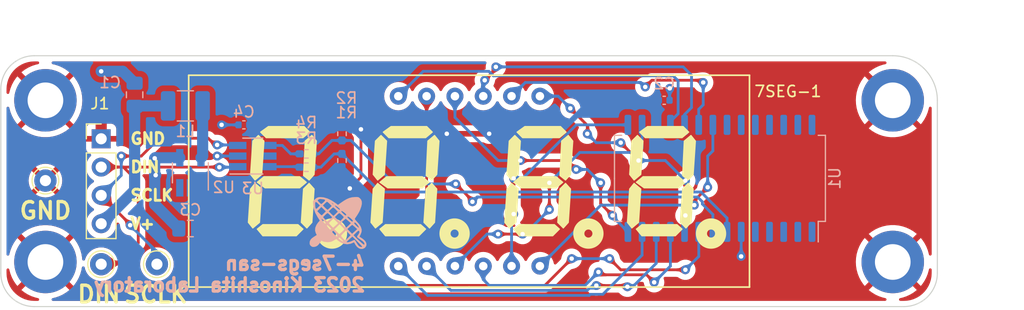
<source format=kicad_pcb>
(kicad_pcb (version 20211014) (generator pcbnew)
  (title_block (title "4-7segs-san") (date "2023-03-17") (rev "20220317") (company "Kinoshita Laboratory"))
  (layers (0 "F.Cu" signal) (31 "B.Cu" signal) (34 "B.Paste" user) (35 "F.Paste" user) (36 "B.SilkS" user "B.Silkscreen") (37 "F.SilkS" user "F.Silkscreen") (38 "B.Mask" user) (39 "F.Mask" user) (44 "Edge.Cuts" user))
  (net 0 "")
  (net 1 "E")
  (net 2 "D")
  (net 3 "DP")
  (net 4 "C")
  (net 5 "G")
  (net 6 "DIGIT4")
  (net 7 "B")
  (net 8 "DIGIT3")
  (net 9 "DIGIT2")
  (net 10 "F")
  (net 11 "A")
  (net 12 "DIGIT1")
  (net 13 "VCC1")
  (net 14 "GND")
  (net 15 "DIN")
  (net 16 "SCLK")
  (net 17 "Net-(L1-Pad2)")
  (net 29 "+5V")
  (net 30 "Net-(R1-Pad2)")
  (net 31 "Net-(R2-Pad2)")
  (net 32 "Net-(R3-Pad1)")
  (net 33 "Net-(R4-Pad1)")
  (footprint "TestPoint:TestPoint_THTPad_D2.0mm_Drill1.0mm" (layer "F.Cu") (at 104 78.7)
    (fp_text reference "TP3" hide)
    (fp_text value "TestPoint")
  )
  (footprint "Connector_PinHeader_2.54mm:PinHeader_1x04_P2.54mm_Vertical" (layer "F.Cu") (at 99 67.45)
    (fp_text reference "J1")
    (fp_text value "Conn_01x04" hide)
  )
  (footprint "MountingHole:MountingHole_3.2mm_M3_DIN965_Pad" (layer "F.Cu") (at 170 78.5)
    (fp_text reference "H4" hide)
    (fp_text value "MountingHole_Pad" hide)
  )
  (footprint "MountingHole:MountingHole_3.2mm_M3_DIN965_Pad" (layer "F.Cu") (at 170 64)
    (fp_text reference "H2" hide)
    (fp_text value "MountingHole_Pad" hide)
  )
  (footprint "TestPoint:TestPoint_THTPad_D2.0mm_Drill1.0mm" (layer "F.Cu") (at 99 78.7)
    (fp_text reference "TP2" hide)
    (fp_text value "TestPoint")
  )
  (footprint "MountingHole:MountingHole_3.2mm_M3_DIN965_Pad" (layer "F.Cu") (at 94 78.5)
    (fp_text reference "H3" hide)
    (fp_text value "MountingHole_Pad" hide)
  )
  (footprint "my_footprint:7seg_4digit_cathode_common_OSL40562-LR" (layer "F.Cu") (at 132 71.25)
    (fp_text reference "7SEG-1")
    (fp_text value "7seg_4digit_cathode_common_OSL40562-LR" hide)
  )
  (footprint "MountingHole:MountingHole_3.2mm_M3_DIN965_Pad" (layer "F.Cu") (at 94 64)
    (fp_text reference "H1" hide)
    (fp_text value "MountingHole_Pad" hide)
  )
  (footprint "TestPoint:TestPoint_THTPad_D2.0mm_Drill1.0mm" (layer "F.Cu") (at 94 71.2)
    (fp_text reference "TP1" hide)
    (fp_text value "TestPoint")
  )
  (footprint "my_footprint:kinoshita-logo_simplified_600dpi" (layer "B.Cu") (at 120.254974 75 180)
    (fp_text reference "LOGO1" hide)
    (fp_text value "logo" hide)
  )
  (footprint "Resistor_SMD:R_0402_1005Metric_Pad0.72x0.64mm_HandSolder" (layer "B.Cu") (at 120.6 69.4 90)
    (fp_text reference "R1")
    (fp_text value "10k" hide)
  )
  (footprint "Capacitor_SMD:C_0805_2012Metric_Pad1.18x1.45mm_HandSolder" (layer "B.Cu") (at 102 63.5 90)
    (fp_text reference "C1")
    (fp_text value "47u" hide)
  )
  (footprint "Resistor_SMD:R_0402_1005Metric_Pad0.72x0.64mm_HandSolder" (layer "B.Cu") (at 117.4 68.8)
    (fp_text reference "R4")
    (fp_text value "51" hide)
  )
  (footprint "Package_TO_SOT_SMD:SOT-23-6_Handsoldering" (layer "B.Cu") (at 112.6 69)
    (fp_text reference "U3")
    (fp_text value "74LVC2G34" hide)
  )
  (footprint "Resistor_SMD:R_0402_1005Metric_Pad0.72x0.64mm_HandSolder" (layer "B.Cu") (at 117.4 70)
    (fp_text reference "R3")
    (fp_text value "51" hide)
  )
  (footprint "Package_TO_SOT_SMD:SOT-23-5_HandSoldering" (layer "B.Cu") (at 107 70.5 90)
    (fp_text reference "U2")
    (fp_text value "ME2188_DCDC" hide)
  )
  (footprint "Package_SO:SOIC-28W_7.5x18.7mm_P1.27mm" (layer "B.Cu") (at 154.5 71 90)
    (fp_text reference "U1")
    (fp_text value "TM1640_7seg_driver" hide)
  )
  (footprint "Resistor_SMD:R_1210_3225Metric_Pad1.30x2.65mm_HandSolder" (layer "B.Cu") (at 106.55 64.5)
    (fp_text reference "L1")
    (fp_text value "22u" hide)
  )
  (footprint "Capacitor_SMD:C_0402_1005Metric" (layer "B.Cu") (at 149.5 64)
    (fp_text reference "C2")
    (fp_text value "100n")
  )
  (footprint "Capacitor_SMD:C_0805_2012Metric_Pad1.18x1.45mm_HandSolder" (layer "B.Cu") (at 107 75.5 180)
    (fp_text reference "C3")
    (fp_text value "47u" hide)
  )
  (footprint "Resistor_SMD:R_0402_1005Metric_Pad0.72x0.64mm_HandSolder" (layer "B.Cu") (at 120.6 67 -90)
    (fp_text reference "R2")
    (fp_text value "10k" hide)
  )
  (footprint "Capacitor_SMD:C_0402_1005Metric" (layer "B.Cu") (at 111.8 66.2 180)
    (fp_text reference "C4")
    (fp_text value "100n")
  )
  (gr_arc (start 174 79.5) (mid 173.12132 81.62132) (end 171 82.5) (layer "Edge.Cuts") (width 0.1))
  (gr_line (start 93 60) (end 170 60) (layer "Edge.Cuts") (width 0.1))
  (gr_line (start 171 82.5) (end 93 82.5) (layer "Edge.Cuts") (width 0.1))
  (gr_line (start 174 64) (end 174 79.5) (layer "Edge.Cuts") (width 0.1))
  (gr_arc (start 90 63) (mid 90.87868 60.87868) (end 93 60) (layer "Edge.Cuts") (width 0.1))
  (gr_line (start 90 79.5) (end 90 63) (layer "Edge.Cuts") (width 0.1))
  (gr_arc (start 93 82.5) (mid 90.87868 81.62132) (end 90 79.5) (layer "Edge.Cuts") (width 0.1))
  (gr_arc (start 170 60) (mid 172.828427 61.171573) (end 174 64) (layer "Edge.Cuts") (width 0.1))
  (gr_text "4-7segs-san\n2023 Kinoshita Laboratory" (at 122.8 79.6) (layer "B.SilkS") (effects (font (size 1.2 1.2) (thickness 0.3)) (justify left mirror)))
  (gr_text "GND" (at 101.5 67.44) (layer "F.SilkS") (effects (font (size 1 1) (thickness 0.25)) (justify left)))
  (gr_text "GND" (at 94 73.9) (layer "F.SilkS") (effects (font (size 1.5 1.5) (thickness 0.3))))
  (gr_text "V+" (at 101.5 75.06) (layer "F.SilkS") (effects (font (size 1 1) (thickness 0.25)) (justify left)))
  (gr_text "DIN" (at 98.8 81.4) (layer "F.SilkS") (effects (font (size 1.5 1.5) (thickness 0.3))))
  (gr_text "SCLK" (at 101.5 72.52) (layer "F.SilkS") (effects (font (size 1 1) (thickness 0.25)) (justify left)))
  (gr_text "SCLK\n" (at 103.9 81.4) (layer "F.SilkS") (effects (font (size 1.5 1.5) (thickness 0.3))))
  (gr_text "DIN" (at 101.5 69.98) (layer "F.SilkS") (effects (font (size 1 1) (thickness 0.25)) (justify left)))
  (segment (start 128.279002 81.499002) (end 142.772378 81.499002) (width 0.25) (layer "B.Cu") (net 1))
  (segment (start 125.65 78.87) (end 128.279002 81.499002) (width 0.25) (layer "B.Cu") (net 1))
  (segment (start 144 81.4) (end 147.515 77.885) (width 0.25) (layer "B.Cu") (net 1))
  (segment (start 142.772378 81.499002) (end 142.87138 81.4) (width 0.25) (layer "B.Cu") (net 1))
  (segment (start 142.87138 81.4) (end 144 81.4) (width 0.25) (layer "B.Cu") (net 1))
  (segment (start 147.515 77.885) (end 147.515 75.8) (width 0.25) (layer "B.Cu") (net 1))
  (segment (start 143.412299 80.612299) (end 146.087799 80.612299) (width 0.25) (layer "F.Cu") (net 2))
  (segment (start 146.087799 80.612299) (end 146.2 80.7245) (width 0.25) (layer "F.Cu") (net 2))
  (via (at 146.2 80.7245) (size 0.8) (drill 0.4) (layers "F.Cu" "B.Cu") (net 2))
  (via (at 143.412299 80.612299) (size 0.8) (drill 0.4) (layers "F.Cu" "B.Cu") (net 2))
  (segment (start 146.6755 80.7245) (end 146.2 80.7245) (width 0.25) (layer "B.Cu") (net 2))
  (segment (start 142.586189 81.049501) (end 142.786189 80.849501) (width 0.25) (layer "B.Cu") (net 2))
  (segment (start 130.369501 81.049501) (end 142.586189 81.049501) (width 0.25) (layer "B.Cu") (net 2))
  (segment (start 148.785 78.615) (end 146.6755 80.7245) (width 0.25) (layer "B.Cu") (net 2))
  (segment (start 128.19 78.87) (end 130.369501 81.049501) (width 0.25) (layer "B.Cu") (net 2))
  (segment (start 148.785 75.8) (end 148.785 78.615) (width 0.25) (layer "B.Cu") (net 2))
  (segment (start 142.786189 80.849501) (end 143.175097 80.849501) (width 0.25) (layer "B.Cu") (net 2))
  (segment (start 143.175097 80.849501) (end 143.412299 80.612299) (width 0.25) (layer "B.Cu") (net 2))
  (segment (start 139.2 73.8) (end 139.2 71.4) (width 0.25) (layer "F.Cu") (net 3))
  (segment (start 134.6 76) (end 136.8 76) (width 0.25) (layer "F.Cu") (net 3))
  (via (at 136.8 76) (size 0.8) (drill 0.4) (layers "F.Cu" "B.Cu") (net 3))
  (via (at 134.6 76) (size 0.8) (drill 0.4) (layers "F.Cu" "B.Cu") (net 3))
  (via (at 139.2 71.4) (size 0.8) (drill 0.4) (layers "F.Cu" "B.Cu") (net 3))
  (via (at 139.2 73.8) (size 0.8) (drill 0.4) (layers "F.Cu" "B.Cu") (net 3))
  (segment (start 133.6 76) (end 134.6 76) (width 0.25) (layer "B.Cu") (net 3))
  (segment (start 141.9245 68.6755) (end 147.1245 68.6755) (width 0.25) (layer "B.Cu") (net 3))
  (segment (start 139.2 71.4) (end 141.9245 68.6755) (width 0.25) (layer "B.Cu") (net 3))
  (segment (start 136.8 76) (end 137 76) (width 0.25) (layer "B.Cu") (net 3))
  (segment (start 147.515 68.285) (end 147.515 66.2) (width 0.25) (layer "B.Cu") (net 3))
  (segment (start 130.73 78.87) (end 133.6 76) (width 0.25) (layer "B.Cu") (net 3))
  (segment (start 147.1245 68.6755) (end 147.515 68.285) (width 0.25) (layer "B.Cu") (net 3))
  (segment (start 137 76) (end 139.2 73.8) (width 0.25) (layer "B.Cu") (net 3))
  (segment (start 143.849501 79.649501) (end 147.924532 79.649501) (width 0.25) (layer "F.Cu") (net 4))
  (segment (start 143.6 79.4) (end 143.849501 79.649501) (width 0.25) (layer "F.Cu") (net 4))
  (segment (start 147.924532 79.649501) (end 148.599531 80.3245) (width 0.25) (layer "F.Cu") (net 4))
  (via (at 143.6 79.4) (size 0.8) (drill 0.4) (layers "F.Cu" "B.Cu") (net 4))
  (via (at 148.599531 80.3245) (size 0.8) (drill 0.4) (layers "F.Cu" "B.Cu") (net 4))
  (segment (start 150.055 75.8) (end 150.055 78.869031) (width 0.25) (layer "B.Cu") (net 4))
  (segment (start 150.055 78.869031) (end 148.599531 80.3245) (width 0.25) (layer "B.Cu") (net 4))
  (segment (start 133.8 80.6) (end 142.4 80.6) (width 0.25) (layer "B.Cu") (net 4))
  (segment (start 133.27 80.07) (end 133.6 80.4) (width 0.25) (layer "B.Cu") (net 4))
  (segment (start 133.6 80.4) (end 133.8 80.6) (width 0.25) (layer "B.Cu") (net 4))
  (segment (start 133.27 78.87) (end 133.27 80.07) (width 0.25) (layer "B.Cu") (net 4))
  (segment (start 142.4 80.6) (end 143.6 79.4) (width 0.25) (layer "B.Cu") (net 4))
  (segment (start 136 71) (end 136 74.2) (width 0.25) (layer "F.Cu") (net 5))
  (via (at 136 74.2) (size 0.8) (drill 0.4) (layers "F.Cu" "B.Cu") (net 5))
  (via (at 136 71) (size 0.8) (drill 0.4) (layers "F.Cu" "B.Cu") (net 5))
  (segment (start 135.81 74.39) (end 135.81 78.87) (width 0.25) (layer "B.Cu") (net 5))
  (segment (start 136.812468 71) (end 136 71) (width 0.25) (layer "B.Cu") (net 5))
  (segment (start 136 74.2) (end 135.81 74.39) (width 0.25) (layer "B.Cu") (net 5))
  (segment (start 146.245 66.2) (end 141.612468 66.2) (width 0.25) (layer "B.Cu") (net 5))
  (segment (start 141.612468 66.2) (end 136.812468 71) (width 0.25) (layer "B.Cu") (net 5))
  (segment (start 152.2 73.4) (end 152.2 73) (width 0.25) (layer "F.Cu") (net 6))
  (segment (start 152.2 73) (end 153.4 71.8) (width 0.25) (layer "F.Cu") (net 6))
  (via (at 153.4 71.8) (size 0.8) (drill 0.4) (layers "F.Cu" "B.Cu") (net 6))
  (via (at 152.2 73.4) (size 0.8) (drill 0.4) (layers "F.Cu" "B.Cu") (net 6))
  (segment (start 153.865 66.2) (end 153.865 68.535) (width 0.25) (layer "B.Cu") (net 6))
  (segment (start 153.865 68.535) (end 153.4 69) (width 0.25) (layer "B.Cu") (net 6))
  (segment (start 142.2 75.02) (end 143.62 73.6) (width 0.25) (layer "B.Cu") (net 6))
  (segment (start 138.35 78.87) (end 142.2 75.02) (width 0.25) (layer "B.Cu") (net 6))
  (segment (start 153.4 69) (end 153.4 71.8) (width 0.25) (layer "B.Cu") (net 6))
  (segment (start 143.82 73.4) (end 152.2 73.4) (width 0.25) (layer "B.Cu") (net 6))
  (segment (start 143.62 73.6) (end 143.82 73.4) (width 0.25) (layer "B.Cu") (net 6))
  (segment (start 142.6 67) (end 142.6 66.243711) (width 0.25) (layer "F.Cu") (net 7))
  (segment (start 151.4 71.2) (end 151.4 74.3245) (width 0.25) (layer "F.Cu") (net 7))
  (segment (start 142.6 66.243711) (end 141.077457 64.721168) (width 0.25) (layer "F.Cu") (net 7))
  (segment (start 147.2 69.4) (end 145.6 67.8) (width 0.25) (layer "F.Cu") (net 7))
  (via (at 145.6 67.8) (size 0.8) (drill 0.4) (layers "F.Cu" "B.Cu") (net 7))
  (via (at 151.4 71.2) (size 0.8) (drill 0.4) (layers "F.Cu" "B.Cu") (net 7))
  (via (at 151.4 74.3245) (size 0.8) (drill 0.4) (layers "F.Cu" "B.Cu") (net 7))
  (via (at 141.077457 64.721168) (size 0.8) (drill 0.4) (layers "F.Cu" "B.Cu") (net 7))
  (via (at 142.6 67) (size 0.8) (drill 0.4) (layers "F.Cu" "B.Cu") (net 7))
  (via (at 147.2 69.4) (size 0.8) (drill 0.4) (layers "F.Cu" "B.Cu") (net 7))
  (segment (start 143.4 67.8) (end 142.6 67) (width 0.25) (layer "B.Cu") (net 7))
  (segment (start 139.986289 63.63) (end 141.077457 64.721168) (width 0.25) (layer "B.Cu") (net 7))
  (segment (start 151.325 74.3995) (end 151.4 74.3245) (width 0.25) (layer "B.Cu") (net 7))
  (segment (start 151.4 71.2) (end 149.6 69.4) (width 0.25) (layer "B.Cu") (net 7))
  (segment (start 145.6 67.8) (end 143.4 67.8) (width 0.25) (layer "B.Cu") (net 7))
  (segment (start 138.35 63.63) (end 139.986289 63.63) (width 0.25) (layer "B.Cu") (net 7))
  (segment (start 151.325 75.8) (end 151.325 74.3995) (width 0.25) (layer "B.Cu") (net 7))
  (segment (start 149.6 69.4) (end 147.2 69.4) (width 0.25) (layer "B.Cu") (net 7))
  (segment (start 152.8 62.2) (end 153 62.4) (width 0.25) (layer "F.Cu") (net 8))
  (segment (start 148.4 62.2) (end 152.8 62.2) (width 0.25) (layer "F.Cu") (net 8))
  (segment (start 147.8 62.8) (end 148.4 62.2) (width 0.25) (layer "F.Cu") (net 8))
  (via (at 153 62.4) (size 0.8) (drill 0.4) (layers "F.Cu" "B.Cu") (net 8))
  (via (at 147.8 62.8) (size 0.8) (drill 0.4) (layers "F.Cu" "B.Cu") (net 8))
  (segment (start 153 62.4) (end 153 64.4) (width 0.25) (layer "B.Cu") (net 8))
  (segment (start 152.595 64.805) (end 152.595 66.2) (width 0.25) (layer "B.Cu") (net 8))
  (segment (start 147.4 62.4) (end 147.8 62.8) (width 0.25) (layer "B.Cu") (net 8))
  (segment (start 137.04 62.4) (end 147.4 62.4) (width 0.25) (layer "B.Cu") (net 8))
  (segment (start 136.8 62.64) (end 137.04 62.4) (width 0.25) (layer "B.Cu") (net 8))
  (segment (start 135.81 63.63) (end 136.8 62.64) (width 0.25) (layer "B.Cu") (net 8))
  (segment (start 153 64.4) (end 152.595 64.805) (width 0.25) (layer "B.Cu") (net 8))
  (segment (start 134.4 61.2) (end 134.4 61) (width 0.25) (layer "F.Cu") (net 9))
  (segment (start 133.4 62.2) (end 134.4 61.2) (width 0.25) (layer "F.Cu") (net 9))
  (via (at 134.4 61) (size 0.8) (drill 0.4) (layers "F.Cu" "B.Cu") (net 9))
  (via (at 133.4 62.2) (size 0.8) (drill 0.4) (layers "F.Cu" "B.Cu") (net 9))
  (segment (start 134.4 61) (end 151.2 61) (width 0.25) (layer "B.Cu") (net 9))
  (segment (start 151.325 65.275) (end 151.325 66.2) (width 0.25) (layer "B.Cu") (net 9))
  (segment (start 151.950499 61.750499) (end 151.950499 64.649501) (width 0.25) (layer "B.Cu") (net 9))
  (segment (start 133.27 63.63) (end 133.27 62.33) (width 0.25) (layer "B.Cu") (net 9))
  (segment (start 151.950499 64.649501) (end 151.325 65.275) (width 0.25) (layer "B.Cu") (net 9))
  (segment (start 151.2 61) (end 151.950499 61.750499) (width 0.25) (layer "B.Cu") (net 9))
  (segment (start 133.27 62.33) (end 133.4 62.2) (width 0.25) (layer "B.Cu") (net 9))
  (segment (start 143.8 71.4) (end 143.8 73.260351) (width 0.25) (layer "F.Cu") (net 10))
  (segment (start 140.8 69.4) (end 141.6 70.2) (width 0.25) (layer "F.Cu") (net 10))
  (segment (start 143.8 73.260351) (end 144.864149 74.3245) (width 0.25) (layer "F.Cu") (net 10))
  (segment (start 136.6 69.4) (end 140.8 69.4) (width 0.25) (layer "F.Cu") (net 10))
  (via (at 141.6 70.2) (size 0.8) (drill 0.4) (layers "F.Cu" "B.Cu") (net 10))
  (via (at 136.6 69.4) (size 0.8) (drill 0.4) (layers "F.Cu" "B.Cu") (net 10))
  (via (at 144.864149 74.3245) (size 0.8) (drill 0.4) (layers "F.Cu" "B.Cu") (net 10))
  (via (at 143.8 71.4) (size 0.8) (drill 0.4) (layers "F.Cu" "B.Cu") (net 10))
  (segment (start 141.6 70.2) (end 142.6 70.2) (width 0.25) (layer "B.Cu") (net 10))
  (segment (start 146.245 75.8) (end 144.864149 74.419149) (width 0.25) (layer "B.Cu") (net 10))
  (segment (start 144.864149 74.419149) (end 144.864149 74.3245) (width 0.25) (layer "B.Cu") (net 10))
  (segment (start 130.73 65.53) (end 134.6 69.4) (width 0.25) (layer "B.Cu") (net 10))
  (segment (start 134.6 69.4) (end 136.6 69.4) (width 0.25) (layer "B.Cu") (net 10))
  (segment (start 130.73 63.63) (end 130.73 65.53) (width 0.25) (layer "B.Cu") (net 10))
  (segment (start 142.6 70.2) (end 143.8 71.4) (width 0.25) (layer "B.Cu") (net 10))
  (segment (start 141.2 78.2) (end 138.8 80.6) (width 0.25) (layer "F.Cu") (net 11))
  (segment (start 128.19 72.81) (end 128.19 63.63) (width 0.25) (layer "F.Cu") (net 11))
  (segment (start 123.4 80.2) (end 123.4 77.6) (width 0.25) (layer "F.Cu") (net 11))
  (segment (start 145.6 79.2) (end 144.6 78.2) (width 0.25) (layer "F.Cu") (net 11))
  (segment (start 151.4 79.2) (end 145.6 79.2) (width 0.25) (layer "F.Cu") (net 11))
  (segment (start 123.4 77.6) (end 128.19 72.81) (width 0.25) (layer "F.Cu") (net 11))
  (segment (start 123.8 80.6) (end 123.4 80.2) (width 0.25) (layer "F.Cu") (net 11))
  (segment (start 138.8 80.6) (end 123.8 80.6) (width 0.25) (layer "F.Cu") (net 11))
  (via (at 141.2 78.2) (size 0.8) (drill 0.4) (layers "F.Cu" "B.Cu") (net 11))
  (via (at 151.4 79.2) (size 0.8) (drill 0.4) (layers "F.Cu" "B.Cu") (net 11))
  (via (at 144.6 78.2) (size 0.8) (drill 0.4) (layers "F.Cu" "B.Cu") (net 11))
  (segment (start 144.6 78.2) (end 141.2 78.2) (width 0.25) (layer "B.Cu") (net 11))
  (segment (start 152.595 75.8) (end 152.6 75.805) (width 0.25) (layer "B.Cu") (net 11))
  (segment (start 152.6 75.805) (end 152.6 78) (width 0.25) (layer "B.Cu") (net 11))
  (segment (start 152.6 78) (end 151.4 79.2) (width 0.25) (layer "B.Cu") (net 11))
  (segment (start 133.775402 61.4) (end 134.175402 61.8) (width 0.25) (layer "B.Cu") (net 12))
  (segment (start 150.750499 62.249501) (end 150.750499 65.20275) (width 0.25) (layer "B.Cu") (net 12))
  (segment (start 125.65 63.63) (end 127.88 61.4) (width 0.25) (layer "B.Cu") (net 12))
  (segment (start 127.88 61.4) (end 133.775402 61.4) (width 0.25) (layer "B.Cu") (net 12))
  (segment (start 150.055 65.898249) (end 150.055 66.2) (width 0.25) (layer "B.Cu") (net 12))
  (segment (start 134.175402 61.8) (end 150.300998 61.8) (width 0.25) (layer "B.Cu") (net 12))
  (segment (start 150.750499 65.20275) (end 150.055 65.898249) (width 0.25) (layer "B.Cu") (net 12))
  (segment (start 150.300998 61.8) (end 150.750499 62.249501) (width 0.25) (layer "B.Cu") (net 12))
  (segment (start 105 64.5) (end 102.0375 64.5) (width 1) (layer "B.Cu") (net 13))
  (segment (start 102.0375 64.5) (end 102 64.5375) (width 1) (layer "B.Cu") (net 13))
  (segment (start 99 75.07) (end 102 72.07) (width 1) (layer "B.Cu") (net 13))
  (segment (start 102 72.07) (end 102 64.5375) (width 1) (layer "B.Cu") (net 13))
  (segment (start 99 67.45) (end 99 62.6) (width 1) (layer "F.Cu") (net 14))
  (segment (start 99 62.6) (end 99 61.4) (width 1) (layer "F.Cu") (net 14))
  (via (at 99 61.4) (size 0.8) (drill 0.4) (layers "F.Cu" "B.Cu") (net 14))
  (via (at 103.8 69.2) (size 0.8) (drill 0.4) (layers "F.Cu" "B.Cu") (net 14))
  (via (at 150 62.9245) (size 0.8) (drill 0.4) (layers "F.Cu" "B.Cu") (net 14))
  (via (at 103.887322 70.7145) (size 0.8) (drill 0.4) (layers "F.Cu" "B.Cu") (net 14))
  (via (at 109.8 66.2) (size 0.8) (drill 0.4) (layers "F.Cu" "B.Cu") (net 14))
  (via (at 109.4 69) (size 0.8) (drill 0.4) (layers "F.Cu" "B.Cu") (net 14))
  (via (at 156.4 78) (size 0.8) (drill 0.4) (layers "F.Cu" "B.Cu") (net 14))
  (segment (start 149.98 64) (end 149.98 62.9445) (width 0.25) (layer "B.Cu") (net 14))
  (segment (start 103.8 73.3375) (end 103.8 70.801822) (width 1) (layer "B.Cu") (net 14))
  (segment (start 103.85 69.15) (end 103.8 69.2) (width 1) (layer "B.Cu") (net 14))
  (segment (start 103.8 69.2) (end 103.8 70.627178) (width 1) (layer "B.Cu") (net 14))
  (segment (start 99 61.4) (end 100.9375 61.4) (width 1) (layer "B.Cu") (net 14))
  (segment (start 111.32 66.2) (end 109.8 66.2) (width 0.25) (layer "B.Cu") (net 14))
  (segment (start 103.8 70.801822) (end 103.887322 70.7145) (width 1) (layer "B.Cu") (net 14))
  (segment (start 156.405 77.995) (end 156.4 78) (width 0.25) (layer "B.Cu") (net 14))
  (segment (start 105.9625 75.5) (end 103.8 73.3375) (width 1) (layer "B.Cu") (net 14))
  (segment (start 106.05 69.15) (end 103.85 69.15) (width 1) (layer "B.Cu") (net 14))
  (segment (start 149.98 62.9445) (end 150 62.9245) (width 0.25) (layer "B.Cu") (net 14))
  (segment (start 100.9375 61.4) (end 102 62.4625) (width 1) (layer "B.Cu") (net 14))
  (segment (start 103.8 70.627178) (end 103.887322 70.7145) (width 1) (layer "B.Cu") (net 14))
  (segment (start 156.405 75.8) (end 156.405 77.995) (width 0.25) (layer "B.Cu") (net 14))
  (segment (start 111.25 69) (end 109.4 69) (width 0.25) (layer "B.Cu") (net 14))
  (segment (start 100.99 69.99) (end 109.59 69.99) (width 0.25) (layer "F.Cu") (net 15))
  (segment (start 109.59 69.99) (end 109.6 70) (width 0.25) (layer "F.Cu") (net 15))
  (segment (start 100.414213 78.7) (end 99 78.7) (width 0.25) (layer "F.Cu") (net 15))
  (segment (start 100.99 69.99) (end 102.3245 71.3245) (width 0.25) (layer "F.Cu") (net 15))
  (segment (start 99 69.99) (end 100.99 69.99) (width 0.25) (layer "F.Cu") (net 15))
  (segment (start 102.3245 71.3245) (end 102.3245 76.789713) (width 0.25) (layer "F.Cu") (net 15))
  (segment (start 102.3245 76.789713) (end 100.414213 78.7) (width 0.25) (layer "F.Cu") (net 15))
  (via (at 109.6 70) (size 0.8) (drill 0.4) (layers "F.Cu" "B.Cu") (net 15))
  (segment (start 109.6 70) (end 111.2 70) (width 0.25) (layer "B.Cu") (net 15))
  (segment (start 111.2 70) (end 111.25 69.95) (width 0.25) (layer "B.Cu") (net 15))
  (segment (start 99 72.53) (end 101.6 75.13) (width 0.25) (layer "F.Cu") (net 16))
  (segment (start 102.6 69) (end 103.4 68.2) (width 0.25) (layer "F.Cu") (net 16))
  (segment (start 102 69) (end 102.4 69) (width 0.25) (layer "F.Cu") (net 16))
  (segment (start 104.2 67.4) (end 108.6 67.4) (width 0.25) (layer "F.Cu") (net 16))
  (segment (start 108.6 67.4) (end 109.2 68) (width 0.25) (layer "F.Cu") (net 16))
  (segment (start 109.2 68) (end 109.4 68) (width 0.25) (layer "F.Cu") (net 16))
  (segment (start 103.4 68.2) (end 104.2 67.4) (width 0.25) (layer "F.Cu") (net 16))
  (segment (start 100.8 69) (end 102 69) (width 0.25) (layer "F.Cu") (net 16))
  (segment (start 101.6 75.13) (end 101.6 75.2) (width 0.25) (layer "F.Cu") (net 16))
  (segment (start 102.4 69) (end 102.6 69) (width 0.25) (layer "F.Cu") (net 16))
  (via (at 100.8 69) (size 0.8) (drill 0.4) (layers "F.Cu" "B.Cu") (net 16))
  (via (at 101.6 75.2) (size 0.8) (drill 0.4) (layers "F.Cu" "B.Cu") (net 16))
  (via (at 109.4 68) (size 0.8) (drill 0.4) (layers "F.Cu" "B.Cu") (net 16))
  (segment (start 109.4 68) (end 111.2 68) (width 0.25) (layer "B.Cu") (net 16))
  (segment (start 100.8 70.73) (end 100.8 69) (width 0.25) (layer "B.Cu") (net 16))
  (segment (start 111.2 68) (end 111.25 68.05) (width 0.25) (layer "B.Cu") (net 16))
  (segment (start 104 77.6) (end 104 78.7) (width 0.25) (layer "B.Cu") (net 16))
  (segment (start 99 72.53) (end 100.8 70.73) (width 0.25) (layer "B.Cu") (net 16))
  (segment (start 101.6 75.2) (end 104 77.6) (width 0.25) (layer "B.Cu") (net 16))
  (segment (start 108.1 69) (end 107.95 69.15) (width 1) (layer "B.Cu") (net 17))
  (segment (start 108.1 64.5) (end 108.1 69) (width 1) (layer "B.Cu") (net 17))
  (segment (start 133.8 67) (end 130 67) (width 0.5) (layer "F.Cu") (net 29))
  (segment (start 122.3 70.9) (end 121.3 71.9) (width 0.25) (layer "F.Cu") (net 29))
  (segment (start 122.3 66.6) (end 122.3 70.9) (width 0.25) (layer "F.Cu") (net 29))
  (via (at 122.3 66.6) (size 0.8) (drill 0.4) (layers "F.Cu" "B.Cu") (net 29))
  (via (at 130 67) (size 0.8) (drill 0.4) (layers "F.Cu" "B.Cu") (net 29))
  (via (at 133.8 67) (size 0.8) (drill 0.4) (layers "F.Cu" "B.Cu") (net 29))
  (via (at 121.3 71.9) (size 0.8) (drill 0.4) (layers "F.Cu" "B.Cu") (net 29))
  (segment (start 144.4 64) (end 143 64) (width 0.5) (layer "B.Cu") (net 29))
  (segment (start 143 64) (end 142 65) (width 0.5) (layer "B.Cu") (net 29))
  (segment (start 112.8 69) (end 112.6 68.8) (width 0.25) (layer "B.Cu") (net 29))
  (segment (start 140 67) (end 133.8 67) (width 0.5) (layer "B.Cu") (net 29))
  (segment (start 141.4 65.6) (end 140 67) (width 0.5) (layer "B.Cu") (net 29))
  (segment (start 113.95 69) (end 112.8 69) (width 0.25) (layer "B.Cu") (net 29))
  (segment (start 112.6 67) (end 112.28 66.68) (width 0.25) (layer "B.Cu") (net 29))
  (segment (start 112.6 68.8) (end 112.6 67) (width 0.25) (layer "B.Cu") (net 29))
  (segment (start 112.28 66.68) (end 112.28 66.2) (width 0.25) (layer "B.Cu") (net 29))
  (segment (start 149.02 64) (end 144.4 64) (width 0.5) (layer "B.Cu") (net 29))
  (segment (start 148.785 64.235) (end 149.02 64) (width 0.5) (layer "B.Cu") (net 29))
  (segment (start 148.785 66.2) (end 148.785 64.235) (width 0.5) (layer "B.Cu") (net 29))
  (segment (start 122.1025 66.4025) (end 122.3 66.6) (width 0.25) (layer "B.Cu") (net 29))
  (segment (start 120.6 66.4025) (end 122.1025 66.4025) (width 0.25) (layer "B.Cu") (net 29))
  (segment (start 142 65) (end 141.4 65.6) (width 0.5) (layer "B.Cu") (net 29))
  (segment (start 118.7 70) (end 119.8975 68.8025) (width 0.25) (layer "B.Cu") (net 30))
  (segment (start 119.8975 68.8025) (end 120.6 68.8025) (width 0.25) (layer "B.Cu") (net 30))
  (segment (start 120.6 68.8025) (end 124.022 72.2245) (width 0.25) (layer "B.Cu") (net 30))
  (segment (start 152.799902 72.2245) (end 155.135 74.559598) (width 0.25) (layer "B.Cu") (net 30))
  (segment (start 117.9975 70) (end 118.7 70) (width 0.25) (layer "B.Cu") (net 30))
  (segment (start 124.022 72.2245) (end 152.799902 72.2245) (width 0.25) (layer "B.Cu") (net 30))
  (segment (start 155.135 74.559598) (end 155.135 75.8) (width 0.25) (layer "B.Cu") (net 30))
  (segment (start 132.3 73) (end 130.8 71.5) (width 0.25) (layer "F.Cu") (net 31))
  (segment (start 132.3 73.1) (end 132.3 73) (width 0.25) (layer "F.Cu") (net 31))
  (via (at 132.3 73.1) (size 0.8) (drill 0.4) (layers "F.Cu" "B.Cu") (net 31))
  (via (at 130.8 71.5) (size 0.8) (drill 0.4) (layers "F.Cu" "B.Cu") (net 31))
  (segment (start 152.9245 73.299902) (end 153.865 74.240402) (width 0.25) (layer "B.Cu") (net 31))
  (segment (start 152.500098 72.6755) (end 152.9245 73.099902) (width 0.25) (layer "B.Cu") (net 31))
  (segment (start 133.3245 72.6755) (end 132.7245 72.6755) (width 0.25) (layer "B.Cu") (net 31))
  (segment (start 152.9245 73.099902) (end 152.9245 73.299902) (width 0.25) (layer "B.Cu") (net 31))
  (segment (start 152.500098 72.6755) (end 145.4755 72.6755) (width 0.25) (layer "B.Cu") (net 31))
  (segment (start 117.9975 68.8) (end 118.5 68.8) (width 0.25) (layer "B.Cu") (net 31))
  (segment (start 118.5 68.8) (end 119.7025 67.5975) (width 0.25) (layer "B.Cu") (net 31))
  (segment (start 145.4755 72.6755) (end 133.3245 72.6755) (width 0.25) (layer "B.Cu") (net 31))
  (segment (start 153.865 74.240402) (end 153.865 75.8) (width 0.25) (layer "B.Cu") (net 31))
  (segment (start 119.7025 67.5975) (end 120.6 67.5975) (width 0.25) (layer "B.Cu") (net 31))
  (segment (start 121.3975 67.5975) (end 120.6 67.5975) (width 0.25) (layer "B.Cu") (net 31))
  (segment (start 125.3 71.5) (end 121.3975 67.5975) (width 0.25) (layer "B.Cu") (net 31))
  (segment (start 132.7245 72.6755) (end 132.3 73.1) (width 0.25) (layer "B.Cu") (net 31))
  (segment (start 130.8 71.5) (end 125.3 71.5) (width 0.25) (layer "B.Cu") (net 31))
  (segment (start 116.7525 69.95) (end 116.8025 70) (width 0.25) (layer "B.Cu") (net 32))
  (segment (start 113.95 69.95) (end 116.7525 69.95) (width 0.25) (layer "B.Cu") (net 32))
  (segment (start 115.25 68.05) (end 116 68.8) (width 0.25) (layer "B.Cu") (net 33))
  (segment (start 116 68.8) (end 116.8025 68.8) (width 0.25) (layer "B.Cu") (net 33))
  (segment (start 113.95 68.05) (end 115.25 68.05) (width 0.25) (layer "B.Cu") (net 33))
  (zone (net 11) (net_name "A") (layer "F.Cu") (priority 16962) (connect_pads yes (clearance 0)) (min_thickness 0.0254) (fill yes (thermal_gap 0.508) (thermal_bridge_width 0.508))
    (polygon (pts (xy 128.315 65.152) (xy 128.323887 64.972934) (xy 128.349093 64.825728) (xy 128.388431 64.70344) (xy 128.439713 64.599129) (xy 128.500754 64.505857) (xy 128.569366 64.416682) (xy 128.643364 64.324664) (xy 128.720559 64.222862) (xy 128.798767 64.104337) (xy 128.8758 63.962148) (xy 128.19 63.249) (xy 127.5042 63.962148) (xy 127.581232 64.104337) (xy 127.65944 64.222862) (xy 127.736635 64.324664) (xy 127.810633 64.416682) (xy 127.879245 64.505857) (xy 127.940286 64.599129) (xy 127.991568 64.70344) (xy 128.030906 64.825728) (xy 128.056112 64.972934) (xy 128.065 65.152)))
  )
  (zone (net 15) (net_name "DIN") (layer "F.Cu") (priority 16962) (connect_pads yes (clearance 0)) (min_thickness 0.0254) (fill yes (thermal_gap 0.508) (thermal_bridge_width 0.508))
    (polygon (pts (xy 100.740038 78.197398) (xy 100.601063 78.310506) (xy 100.471477 78.366428) (xy 100.348473 78.37387) (xy 100.229243 78.34154) (xy 100.110979 78.278147) (xy 99.990874 78.192397) (xy 99.86612 78.093) (xy 99.733909 77.988663) (xy 99.591435 77.888093) (xy 99.435889 77.8) (xy 98.5 78.7) (xy 99.707106 79.407106) (xy 99.846837 79.272324) (xy 99.970205 79.162391) (xy 100.081782 79.070613) (xy 100.186142 78.990295) (xy 100.287857 78.914743) (xy 100.3915 78.837263) (xy 100.501645 78.75116) (xy 100.622863 78.649741) (xy 100.759729 78.52631) (xy 100.916815 78.374175)))
  )
  (zone (net 7) (net_name "B") (layer "F.Cu") (priority 16962) (connect_pads yes (clearance 0)) (min_thickness 0.0254) (fill yes (thermal_gap 0.508) (thermal_bridge_width 0.508))
    (polygon (pts (xy 151.525 71.99) (xy 151.528266 71.899538) (xy 151.537658 71.823777) (xy 151.552564 71.75961) (xy 151.572374 71.703935) (xy 151.596476 71.653647) (xy 151.624261 71.60564) (xy 151.655116 71.556812) (xy 151.688432 71.504058) (xy 151.723596 71.444274) (xy 151.76 71.374355) (xy 151.4 71) (xy 151.04 71.374355) (xy 151.076403 71.444274) (xy 151.111567 71.504058) (xy 151.144883 71.556812) (xy 151.175738 71.60564) (xy 151.203523 71.653647) (xy 151.227625 71.703935) (xy 151.247435 71.75961) (xy 151.262341 71.823777) (xy 151.271733 71.899538) (xy 151.275 71.99)))
  )
  (zone (net 8) (net_name "DIGIT3") (layer "F.Cu") (priority 16962) (connect_pads yes (clearance 0)) (min_thickness 0.0254) (fill yes (thermal_gap 0.508) (thermal_bridge_width 0.508))
    (polygon (pts (xy 148.270225 62.152998) (xy 148.203949 62.214653) (xy 148.143737 62.261584) (xy 148.087824 62.296416) (xy 148.034449 62.321777) (xy 147.981846 62.340293) (xy 147.928254 62.354592) (xy 147.87191 62.3673) (xy 147.81105 62.381046) (xy 147.743911 62.398454) (xy 147.66873 62.422154) (xy 147.658579 62.941421) (xy 148.177846 62.93127) (xy 148.201545 62.856088) (xy 148.218953 62.788949) (xy 148.232699 62.728089) (xy 148.245407 62.671745) (xy 148.259706 62.618153) (xy 148.278222 62.56555) (xy 148.303583 62.512175) (xy 148.338415 62.456262) (xy 148.385346 62.39605) (xy 148.447002 62.329775)))
  )
  (zone (net 11) (net_name "A") (layer "F.Cu") (priority 16962) (connect_pads yes (clearance 0)) (min_thickness 0.0254) (fill yes (thermal_gap 0.508) (thermal_bridge_width 0.508))
    (polygon (pts (xy 150.61 79.325) (xy 150.700461 79.328266) (xy 150.776222 79.337658) (xy 150.840389 79.352564) (xy 150.896064 79.372374) (xy 150.946352 79.396476) (xy 150.994359 79.424261) (xy 151.043187 79.455116) (xy 151.095941 79.488432) (xy 151.155725 79.523596) (xy 151.225645 79.56) (xy 151.6 79.2) (xy 151.225645 78.84) (xy 151.155725 78.876403) (xy 151.095941 78.911567) (xy 151.043187 78.944883) (xy 150.994359 78.975738) (xy 150.946352 79.003523) (xy 150.896064 79.027625) (xy 150.840389 79.047435) (xy 150.776222 79.062341) (xy 150.700461 79.071733) (xy 150.61 79.075)))
  )
  (zone (net 10) (net_name "F") (layer "F.Cu") (priority 16962) (connect_pads yes (clearance 0)) (min_thickness 0.0254) (fill yes (thermal_gap 0.508) (thermal_bridge_width 0.508))
    (polygon (pts (xy 137.39 69.275) (xy 137.299538 69.271733) (xy 137.223777 69.262341) (xy 137.15961 69.247435) (xy 137.103935 69.227625) (xy 137.053647 69.203523) (xy 137.00564 69.175738) (xy 136.956812 69.144883) (xy 136.904058 69.111567) (xy 136.844274 69.076403) (xy 136.774355 69.04) (xy 136.4 69.4) (xy 136.774355 69.76) (xy 136.844274 69.723596) (xy 136.904058 69.688432) (xy 136.956812 69.655116) (xy 137.00564 69.624261) (xy 137.053647 69.596476) (xy 137.103935 69.572374) (xy 137.15961 69.552564) (xy 137.223777 69.537658) (xy 137.299538 69.528266) (xy 137.39 69.525)))
  )
  (zone (net 10) (net_name "F") (layer "F.Cu") (priority 16962) (connect_pads yes (clearance 0)) (min_thickness 0.0254) (fill yes (thermal_gap 0.508) (thermal_bridge_width 0.508))
    (polygon (pts (xy 143.925 72.19) (xy 143.928266 72.099538) (xy 143.937658 72.023777) (xy 143.952564 71.95961) (xy 143.972374 71.903935) (xy 143.996476 71.853647) (xy 144.024261 71.80564) (xy 144.055116 71.756812) (xy 144.088432 71.704058) (xy 144.123596 71.644274) (xy 144.16 71.574355) (xy 143.8 71.2) (xy 143.44 71.574355) (xy 143.476403 71.644274) (xy 143.511567 71.704058) (xy 143.544883 71.756812) (xy 143.575738 71.80564) (xy 143.603523 71.853647) (xy 143.627625 71.903935) (xy 143.647435 71.95961) (xy 143.662341 72.023777) (xy 143.671733 72.099538) (xy 143.675 72.19)))
  )
  (zone (net 15) (net_name "DIN") (layer "F.Cu") (priority 16962) (connect_pads yes (clearance 0)) (min_thickness 0.0254) (fill yes (thermal_gap 0.508) (thermal_bridge_width 0.508))
    (polygon (pts (xy 100.69 69.865) (xy 100.490601 69.854697) (xy 100.327127 69.825526) (xy 100.191726 69.780085) (xy 100.076548 69.720978) (xy 99.973741 69.650804) (xy 99.875455 69.572167) (xy 99.77384 69.487666) (xy 99.661043 69.399904) (xy 99.529216 69.311481) (xy 99.370506 69.225) (xy 98.575 69.99) (xy 99.370506 70.755) (xy 99.529216 70.668518) (xy 99.661043 70.580095) (xy 99.77384 70.492333) (xy 99.875455 70.407832) (xy 99.973741 70.329195) (xy 100.076548 70.259021) (xy 100.191726 70.199914) (xy 100.327127 70.154473) (xy 100.490601 70.125302) (xy 100.69 70.115)))
  )
  (zone (net 8) (net_name "DIGIT3") (layer "F.Cu") (priority 16962) (connect_pads yes (clearance 0)) (min_thickness 0.0254) (fill yes (thermal_gap 0.508) (thermal_bridge_width 0.508))
    (polygon (pts (xy 152.25 62.325) (xy 152.321177 62.328511) (xy 152.380919 62.338823) (xy 152.431083 62.355602) (xy 152.473525 62.378513) (xy 152.510102 62.407222) (xy 152.542671 62.441397) (xy 152.573089 62.480702) (xy 152.603213 62.524803) (xy 152.6349 62.573368) (xy 152.670007 62.626062) (xy 153.173648 62.499227) (xy 153 62) (xy 152.910916 62.0021) (xy 152.834511 62.0078) (xy 152.767203 62.016199) (xy 152.705411 62.0264) (xy 152.645556 62.0375) (xy 152.584056 62.0486) (xy 152.517331 62.0588) (xy 152.441801 62.0672) (xy 152.353884 62.0729) (xy 152.25 62.075)))
  )
  (zone (net 9) (net_name "DIGIT2") (layer "F.Cu") (priority 16962) (connect_pads yes (clearance 0)) (min_thickness 0.0254) (fill yes (thermal_gap 0.508) (thermal_bridge_width 0.508))
    (polygon (pts (xy 133.870225 61.552998) (xy 133.803949 61.614653) (xy 133.743737 61.661584) (xy 133.687824 61.696416) (xy 133.634449 61.721777) (xy 133.581846 61.740293) (xy 133.528254 61.754592) (xy 133.47191 61.7673) (xy 133.41105 61.781046) (xy 133.343911 61.798454) (xy 133.26873 61.822154) (xy 133.258579 62.341421) (xy 133.777846 62.33127) (xy 133.801545 62.256088) (xy 133.818953 62.188949) (xy 133.832699 62.128089) (xy 133.845407 62.071745) (xy 133.859706 62.018153) (xy 133.878222 61.96555) (xy 133.903583 61.912175) (xy 133.938415 61.856262) (xy 133.985346 61.79605) (xy 134.047002 61.729775)))
  )
  (zone (net 15) (net_name "DIN") (layer "F.Cu") (priority 16962) (connect_pads yes (clearance 0)) (min_thickness 0.0254) (fill yes (thermal_gap 0.508) (thermal_bridge_width 0.508))
    (polygon (pts (xy 108.8 70.115) (xy 108.890906 70.118235) (xy 108.967097 70.127572) (xy 109.031654 70.142458) (xy 109.08766 70.162339) (xy 109.138195 70.186662) (xy 109.186343 70.214873) (xy 109.235186 70.246418) (xy 109.287805 70.280745) (xy 109.347283 70.3173) (xy 109.416702 70.35553) (xy 109.799937 70.004998) (xy 109.434696 69.635755) (xy 109.362232 69.671129) (xy 109.300255 69.705352) (xy 109.245583 69.73782) (xy 109.195031 69.767925) (xy 109.145417 69.795061) (xy 109.093557 69.818623) (xy 109.036269 69.838003) (xy 108.970369 69.852597) (xy 108.892673 69.861798) (xy 108.8 69.865)))
  )
  (zone (net 16) (net_name "SCLK") (layer "F.Cu") (priority 16962) (connect_pads yes (clearance 0)) (min_thickness 0.0254) (fill yes (thermal_gap 0.508) (thermal_bridge_width 0.508))
    (polygon (pts (xy 100.981282 74.688059) (xy 101.040904 74.752337) (xy 101.086054 74.811022) (xy 101.119087 74.86582) (xy 101.142359 74.918435) (xy 101.158224 74.970574) (xy 101.169037 75.023942) (xy 101.177154 75.080244) (xy 101.18493 75.141187) (xy 101.19472 75.208474) (xy 101.20888 75.283814) (xy 101.722959 75.357737) (xy 101.776733 74.841162) (xy 101.700798 74.806454) (xy 101.632989 74.779824) (xy 101.571433 74.758387) (xy 101.514253 74.739255) (xy 101.459573 74.719543) (xy 101.40552 74.696366) (xy 101.350217 74.666837) (xy 101.291789 74.62807) (xy 101.228361 74.577181) (xy 101.158059 74.511282)))
  )
  (zone (net 4) (net_name "C") (layer "F.Cu") (priority 16962) (connect_pads yes (clearance 0)) (min_thickness 0.0254) (fill yes (thermal_gap 0.508) (thermal_bridge_width 0.508))
    (polygon (pts (xy 144.319501 79.524501) (xy 144.254739 79.520937) (xy 144.20034 79.510492) (xy 144.15481 79.493535) (xy 144.116655 79.470437) (xy 144.084382 79.441567) (xy 144.056498 79.407295) (xy 144.031511 79.36799) (xy 144.007926 79.324022) (xy 143.98425 79.275761) (xy 143.958991 79.223577) (xy 143.44237 79.276905) (xy 143.6 79.8) (xy 143.685177 79.799286) (xy 143.758394 79.797348) (xy 143.823035 79.794492) (xy 143.882481 79.791024) (xy 143.940115 79.78725) (xy 143.99932 79.783476) (xy 144.063478 79.780008) (xy 144.135973 79.777152) (xy 144.220186 79.775214) (xy 144.319501 79.774501)))
  )
  (zone (net 7) (net_name "B") (layer "F.Cu") (priority 16962) (connect_pads yes (clearance 0)) (min_thickness 0.0254) (fill yes (thermal_gap 0.508) (thermal_bridge_width 0.508))
    (polygon (pts (xy 142.480704 66.301191) (xy 142.526442 66.35946) (xy 142.544331 66.412774) (xy 142.538996 66.462505) (xy 142.515064 66.510026) (xy 142.477161 66.556711) (xy 142.429913 66.603932) (xy 142.377946 66.653063) (xy 142.325888 66.705476) (xy 142.278363 66.762546) (xy 142.24 66.825645) (xy 142.6 67.2) (xy 142.882842 66.717158) (xy 142.836028 66.660058) (xy 142.807357 66.603465) (xy 142.792046 66.547008) (xy 142.785317 66.490315) (xy 142.78239 66.433015) (xy 142.778484 66.374737) (xy 142.76882 66.31511) (xy 142.748618 66.253761) (xy 142.713098 66.190319) (xy 142.65748 66.124415)))
  )
  (zone (net 29) (net_name "+5V") (layer "F.Cu") (priority 16962) (connect_pads yes (clearance 0)) (min_thickness 0.0254) (fill yes (thermal_gap 0.508) (thermal_bridge_width 0.508))
    (polygon (pts (xy 130.79 66.75) (xy 130.702348 66.749618) (xy 130.625709 66.748155) (xy 130.558126 66.745131) (xy 130.497645 66.740066) (xy 130.442308 66.732482) (xy 130.390161 66.7219) (xy 130.339248 66.707839) (xy 130.287613 66.689822) (xy 130.2333 66.667368) (xy 130.174355 66.64) (xy 129.8 67) (xy 130.174355 67.36) (xy 130.2333 67.332631) (xy 130.287613 67.310177) (xy 130.339248 67.29216) (xy 130.390161 67.278099) (xy 130.442308 67.267517) (xy 130.497645 67.259933) (xy 130.558126 67.254868) (xy 130.625709 67.251844) (xy 130.702348 67.250381) (xy 130.79 67.25)))
  )
  (zone (net 3) (net_name "DP") (layer "F.Cu") (priority 16962) (connect_pads yes (clearance 0)) (min_thickness 0.0254) (fill yes (thermal_gap 0.508) (thermal_bridge_width 0.508))
    (polygon (pts (xy 135.39 75.875) (xy 135.299538 75.871733) (xy 135.223777 75.862341) (xy 135.15961 75.847435) (xy 135.103935 75.827625) (xy 135.053647 75.803523) (xy 135.00564 75.775738) (xy 134.956812 75.744883) (xy 134.904058 75.711567) (xy 134.844274 75.676403) (xy 134.774355 75.64) (xy 134.4 76) (xy 134.774355 76.36) (xy 134.844274 76.323596) (xy 134.904058 76.288432) (xy 134.956812 76.255116) (xy 135.00564 76.224261) (xy 135.053647 76.196476) (xy 135.103935 76.172374) (xy 135.15961 76.152564) (xy 135.223777 76.137658) (xy 135.299538 76.128266) (xy 135.39 76.125)))
  )
  (zone (net 3) (net_name "DP") (layer "F.Cu") (priority 16962) (connect_pads yes (clearance 0)) (min_thickness 0.0254) (fill yes (thermal_gap 0.508) (thermal_bridge_width 0.508))
    (polygon (pts (xy 139.325 72.19) (xy 139.328266 72.099538) (xy 139.337658 72.023777) (xy 139.352564 71.95961) (xy 139.372374 71.903935) (xy 139.396476 71.853647) (xy 139.424261 71.80564) (xy 139.455116 71.756812) (xy 139.488432 71.704058) (xy 139.523596 71.644274) (xy 139.56 71.574355) (xy 139.2 71.2) (xy 138.84 71.574355) (xy 138.876403 71.644274) (xy 138.911567 71.704058) (xy 138.944883 71.756812) (xy 138.975738 71.80564) (xy 139.003523 71.853647) (xy 139.027625 71.903935) (xy 139.047435 71.95961) (xy 139.062341 72.023777) (xy 139.071733 72.099538) (xy 139.075 72.19)))
  )
  (zone (net 4) (net_name "C") (layer "F.Cu") (priority 16962) (connect_pads yes (clearance 0)) (min_thickness 0.0254) (fill yes (thermal_gap 0.508) (thermal_bridge_width 0.508))
    (polygon (pts (xy 147.952529 79.854275) (xy 148.014184 79.92055) (xy 148.061115 79.980762) (xy 148.095947 80.036675) (xy 148.121308 80.09005) (xy 148.139824 80.142653) (xy 148.154123 80.196245) (xy 148.166831 80.252589) (xy 148.180577 80.313449) (xy 148.197985 80.380588) (xy 148.221685 80.45577) (xy 148.740952 80.465921) (xy 148.730801 79.946654) (xy 148.655619 79.922954) (xy 148.58848 79.905546) (xy 148.52762 79.8918) (xy 148.471276 79.879092) (xy 148.417684 79.864793) (xy 148.365081 79.846277) (xy 148.311706 79.820916) (xy 148.255793 79.786084) (xy 148.195581 79.739153) (xy 148.129306 79.677498)))
  )
  (zone (net 5) (net_name "G") (layer "F.Cu") (priority 16962) (connect_pads yes (clearance 0)) (min_thickness 0.0254) (fill yes (thermal_gap 0.508) (thermal_bridge_width 0.508))
    (polygon (pts (xy 136.125 71.79) (xy 136.128266 71.699538) (xy 136.137658 71.623777) (xy 136.152564 71.55961) (xy 136.172374 71.503935) (xy 136.196476 71.453647) (xy 136.224261 71.40564) (xy 136.255116 71.356812) (xy 136.288432 71.304058) (xy 136.323596 71.244274) (xy 136.36 71.174355) (xy 136 70.8) (xy 135.64 71.174355) (xy 135.676403 71.244274) (xy 135.711567 71.304058) (xy 135.744883 71.356812) (xy 135.775738 71.40564) (xy 135.803523 71.453647) (xy 135.827625 71.503935) (xy 135.847435 71.55961) (xy 135.862341 71.623777) (xy 135.871733 71.699538) (xy 135.875 71.79)))
  )
  (zone (net 7) (net_name "B") (layer "F.Cu") (priority 16962) (connect_pads yes (clearance 0)) (min_thickness 0.0254) (fill yes (thermal_gap 0.508) (thermal_bridge_width 0.508))
    (polygon (pts (xy 151.275 73.5345) (xy 151.271733 73.624961) (xy 151.262341 73.700722) (xy 151.247435 73.764889) (xy 151.227625 73.820564) (xy 151.203523 73.870852) (xy 151.175738 73.918859) (xy 151.144883 73.967687) (xy 151.111567 74.020441) (xy 151.076403 74.080225) (xy 151.04 74.150145) (xy 151.4 74.5245) (xy 151.76 74.150145) (xy 151.723596 74.080225) (xy 151.688432 74.020441) (xy 151.655116 73.967687) (xy 151.624261 73.918859) (xy 151.596476 73.870852) (xy 151.572374 73.820564) (xy 151.552564 73.764889) (xy 151.537658 73.700722) (xy 151.528266 73.624961) (xy 151.525 73.5345)))
  )
  (zone (net 29) (net_name "+5V") (layer "F.Cu") (priority 16962) (connect_pads yes (clearance 0)) (min_thickness 0.0254) (fill yes (thermal_gap 0.508) (thermal_bridge_width 0.508))
    (polygon (pts (xy 122.425 67.39) (xy 122.428266 67.299538) (xy 122.437658 67.223777) (xy 122.452564 67.15961) (xy 122.472374 67.103935) (xy 122.496476 67.053647) (xy 122.524261 67.00564) (xy 122.555116 66.956812) (xy 122.588432 66.904058) (xy 122.623596 66.844274) (xy 122.66 66.774355) (xy 122.3 66.4) (xy 121.94 66.774355) (xy 121.976403 66.844274) (xy 122.011567 66.904058) (xy 122.044883 66.956812) (xy 122.075738 67.00564) (xy 122.103523 67.053647) (xy 122.127625 67.103935) (xy 122.147435 67.15961) (xy 122.162341 67.223777) (xy 122.171733 67.299538) (xy 122.175 67.39)))
  )
  (zone (net 31) (net_name "Net-(R2-Pad2)") (layer "F.Cu") (priority 16962) (connect_pads yes (clearance 0)) (min_thickness 0.0254) (fill yes (thermal_gap 0.508) (thermal_bridge_width 0.508))
    (polygon (pts (xy 131.695424 72.572201) (xy 131.754052 72.635522) (xy 131.798325 72.693486) (xy 131.830488 72.747753) (xy 131.852785 72.799983) (xy 131.867461 72.851839) (xy 131.876761 72.904979) (xy 131.882929 72.961066) (xy 131.88821 73.02176) (xy 131.894849 73.088721) (xy 131.905091 73.163611) (xy 132.414693 73.263845) (xy 132.494934 72.750715) (xy 132.419339 72.711333) (xy 132.351785 72.680772) (xy 132.290365 72.656044) (xy 132.233176 72.634162) (xy 132.178312 72.612142) (xy 132.123868 72.586995) (xy 132.06794 72.555737) (xy 132.008622 72.515379) (xy 131.944011 72.462937) (xy 131.872201 72.395424)))
  )
  (zone (net 31) (net_name "Net-(R2-Pad2)") (layer "F.Cu") (priority 16962) (connect_pads yes (clearance 0)) (min_thickness 0.0254) (fill yes (thermal_gap 0.508) (thermal_bridge_width 0.508))
    (polygon (pts (xy 131.447002 71.970225) (xy 131.385346 71.903949) (xy 131.338415 71.843737) (xy 131.303583 71.787824) (xy 131.278222 71.734449) (xy 131.259706 71.681846) (xy 131.245407 71.628254) (xy 131.232699 71.57191) (xy 131.218953 71.51105) (xy 131.201545 71.443911) (xy 131.177846 71.36873) (xy 130.658579 71.358579) (xy 130.66873 71.877846) (xy 130.743911 71.901545) (xy 130.81105 71.918953) (xy 130.87191 71.932699) (xy 130.928254 71.945407) (xy 130.981846 71.959706) (xy 131.034449 71.978222) (xy 131.087824 72.003583) (xy 131.143737 72.038415) (xy 131.203949 72.085346) (xy 131.270225 72.147002)))
  )
  (zone (net 9) (net_name "DIGIT2") (layer "F.Cu") (priority 16962) (connect_pads yes (clearance 0)) (min_thickness 0.0254) (fill yes (thermal_gap 0.508) (thermal_bridge_width 0.508))
    (polygon (pts (xy 134.035841 61.740936) (xy 134.111281 61.669532) (xy 134.178748 61.613209) (xy 134.240101 61.568659) (xy 134.297197 61.532574) (xy 134.351894 61.501648) (xy 134.406051 61.472573) (xy 134.461526 61.442043) (xy 134.520177 61.406748) (xy 134.583862 61.363384) (xy 134.654439 61.308642) (xy 134.483435 60.818235) (xy 134.000086 61.008275) (xy 134.002843 61.077896) (xy 134.006831 61.140696) (xy 134.010182 61.198062) (xy 134.011031 61.251384) (xy 134.007511 61.302051) (xy 133.997756 61.351451) (xy 133.9799 61.400972) (xy 133.952076 61.452005) (xy 133.91242 61.505938) (xy 133.859064 61.564159)))
  )
  (zone (net 10) (net_name "F") (layer "F.Cu") (priority 16962) (connect_pads yes (clearance 0)) (min_thickness 0.0254) (fill yes (thermal_gap 0.508) (thermal_bridge_width 0.508))
    (polygon (pts (xy 140.952998 69.729775) (xy 141.014653 69.79605) (xy 141.061584 69.856262) (xy 141.096416 69.912175) (xy 141.121777 69.96555) (xy 141.140293 70.018153) (xy 141.154592 70.071745) (xy 141.1673 70.128089) (xy 141.181046 70.188949) (xy 141.198454 70.256088) (xy 141.222154 70.33127) (xy 141.741421 70.341421) (xy 141.73127 69.822154) (xy 141.656088 69.798454) (xy 141.588949 69.781046) (xy 141.528089 69.7673) (xy 141.471745 69.754592) (xy 141.418153 69.740293) (xy 141.36555 69.721777) (xy 141.312175 69.696416) (xy 141.256262 69.661584) (xy 141.19605 69.614653) (xy 141.129775 69.552998)))
  )
  (zone locked (net 14) (net_name "GND") (layer "F.Cu") (connect_pads (clearance 0.508)) (min_thickness 0.254) (fill yes (thermal_gap 0.508) (thermal_bridge_width 0.508))
    (polygon (pts (xy 174 82.5) (xy 90 82.5) (xy 90 60) (xy 174 60)))
  )
  (zone (net 6) (net_name "DIGIT4") (layer "F.Cu") (priority 16962) (connect_pads yes (clearance 0)) (min_thickness 0.0254) (fill yes (thermal_gap 0.508) (thermal_bridge_width 0.508))
    (polygon (pts (xy 152.394454 72.628769) (xy 152.327991 72.695542) (xy 152.271909 72.752466) (xy 152.223878 72.80174) (xy 152.181564 72.845563) (xy 152.142636 72.886132) (xy 152.104761 72.925649) (xy 152.065608 72.966311) (xy 152.022845 73.010317) (xy 151.974138 73.059866) (xy 151.917158 73.117158) (xy 152.2 73.6) (xy 152.56 73.225645) (xy 152.537283 73.178623) (xy 152.516849 73.134162) (xy 152.499827 73.091717) (xy 152.48735 73.050748) (xy 152.480547 73.010711) (xy 152.480549 72.971065) (xy 152.488488 72.931268) (xy 152.505494 72.890777) (xy 152.532698 72.84905) (xy 152.571231 72.805546)))
  )
  (zone (net 10) (net_name "F") (layer "F.Cu") (priority 16962) (connect_pads yes (clearance 0)) (min_thickness 0.0254) (fill yes (thermal_gap 0.508) (thermal_bridge_width 0.508))
    (polygon (pts (xy 144.217147 73.854275) (xy 144.278802 73.92055) (xy 144.325733 73.980762) (xy 144.360565 74.036675) (xy 144.385926 74.09005) (xy 144.404442 74.142653) (xy 144.418741 74.196245) (xy 144.431449 74.252589) (xy 144.445195 74.313449) (xy 144.462603 74.380588) (xy 144.486303 74.45577) (xy 145.00557 74.465921) (xy 144.995419 73.946654) (xy 144.920237 73.922954) (xy 144.853098 73.905546) (xy 144.792238 73.8918) (xy 144.735894 73.879092) (xy 144.682302 73.864793) (xy 144.629699 73.846277) (xy 144.576324 73.820916) (xy 144.520411 73.786084) (xy 144.460199 73.739153) (xy 144.393924 73.677498)))
  )
  (zone (net 16) (net_name "SCLK") (layer "F.Cu") (priority 16962) (connect_pads yes (clearance 0)) (min_thickness 0.0254) (fill yes (thermal_gap 0.508) (thermal_bridge_width 0.508))
    (polygon (pts (xy 101.59 68.875) (xy 101.499538 68.871733) (xy 101.423777 68.862341) (xy 101.35961 68.847435) (xy 101.303935 68.827625) (xy 101.253647 68.803523) (xy 101.20564 68.775738) (xy 101.156812 68.744883) (xy 101.104058 68.711567) (xy 101.044274 68.676403) (xy 100.974355 68.64) (xy 100.6 69) (xy 100.974355 69.36) (xy 101.044274 69.323596) (xy 101.104058 69.288432) (xy 101.156812 69.255116) (xy 101.20564 69.224261) (xy 101.253647 69.196476) (xy 101.303935 69.172374) (xy 101.35961 69.152564) (xy 101.423777 69.137658) (xy 101.499538 69.128266) (xy 101.59 69.125)))
  )
  (zone (net 7) (net_name "B") (layer "F.Cu") (priority 16962) (connect_pads yes (clearance 0)) (min_thickness 0.0254) (fill yes (thermal_gap 0.508) (thermal_bridge_width 0.508))
    (polygon (pts (xy 146.247002 68.270225) (xy 146.185346 68.203949) (xy 146.138415 68.143737) (xy 146.103583 68.087824) (xy 146.078222 68.034449) (xy 146.059706 67.981846) (xy 146.045407 67.928254) (xy 146.032699 67.87191) (xy 146.018953 67.81105) (xy 146.001545 67.743911) (xy 145.977846 67.66873) (xy 145.458579 67.658579) (xy 145.46873 68.177846) (xy 145.543911 68.201545) (xy 145.61105 68.218953) (xy 145.67191 68.232699) (xy 145.728254 68.245407) (xy 145.781846 68.259706) (xy 145.834449 68.278222) (xy 145.887824 68.303583) (xy 145.943737 68.338415) (xy 146.003949 68.385346) (xy 146.070225 68.447002)))
  )
  (zone (net 5) (net_name "G") (layer "F.Cu") (priority 16962) (connect_pads yes (clearance 0)) (min_thickness 0.0254) (fill yes (thermal_gap 0.508) (thermal_bridge_width 0.508))
    (polygon (pts (xy 135.875 73.41) (xy 135.871733 73.500461) (xy 135.862341 73.576222) (xy 135.847435 73.640389) (xy 135.827625 73.696064) (xy 135.803523 73.746352) (xy 135.775738 73.794359) (xy 135.744883 73.843187) (xy 135.711567 73.895941) (xy 135.676403 73.955725) (xy 135.64 74.025645) (xy 136 74.4) (xy 136.36 74.025645) (xy 136.323596 73.955725) (xy 136.288432 73.895941) (xy 136.255116 73.843187) (xy 136.224261 73.794359) (xy 136.196476 73.746352) (xy 136.172374 73.696064) (xy 136.152564 73.640389) (xy 136.137658 73.576222) (xy 136.128266 73.500461) (xy 136.125 73.41)))
  )
  (zone (net 7) (net_name "B") (layer "F.Cu") (priority 16962) (connect_pads yes (clearance 0)) (min_thickness 0.0254) (fill yes (thermal_gap 0.508) (thermal_bridge_width 0.508))
    (polygon (pts (xy 141.724459 65.191393) (xy 141.662803 65.125117) (xy 141.615872 65.064905) (xy 141.58104 65.008992) (xy 141.555679 64.955617) (xy 141.537163 64.903014) (xy 141.522864 64.849422) (xy 141.510156 64.793078) (xy 141.49641 64.732218) (xy 141.479002 64.665079) (xy 141.455303 64.589898) (xy 140.936036 64.579747) (xy 140.946187 65.099014) (xy 141.021368 65.122713) (xy 141.088507 65.140121) (xy 141.149367 65.153867) (xy 141.205711 65.166575) (xy 141.259303 65.180874) (xy 141.311906 65.19939) (xy 141.365281 65.224751) (xy 141.421194 65.259583) (xy 141.481406 65.306514) (xy 141.547682 65.36817)))
  )
  (zone (net 29) (net_name "+5V") (layer "F.Cu") (priority 16962) (connect_pads yes (clearance 0)) (min_thickness 0.0254) (fill yes (thermal_gap 0.508) (thermal_bridge_width 0.508))
    (polygon (pts (xy 133.01 67.25) (xy 133.097651 67.250381) (xy 133.17429 67.251844) (xy 133.241873 67.254868) (xy 133.302354 67.259933) (xy 133.357691 67.267517) (xy 133.409838 67.278099) (xy 133.460751 67.29216) (xy 133.512386 67.310177) (xy 133.566699 67.332631) (xy 133.625645 67.36) (xy 134 67) (xy 133.625645 66.64) (xy 133.566699 66.667368) (xy 133.512386 66.689822) (xy 133.460751 66.707839) (xy 133.409838 66.7219) (xy 133.357691 66.732482) (xy 133.302354 66.740066) (xy 133.241873 66.745131) (xy 133.17429 66.748155) (xy 133.097651 66.749618) (xy 133.01 66.75)))
  )
  (zone (net 16) (net_name "SCLK") (layer "F.Cu") (priority 16962) (connect_pads yes (clearance 0)) (min_thickness 0.0254) (fill yes (thermal_gap 0.508) (thermal_bridge_width 0.508))
    (polygon (pts (xy 100.283398 73.636621) (xy 100.149686 73.48834) (xy 100.054721 73.352119) (xy 99.991109 73.224245) (xy 99.951461 73.101006) (xy 99.928386 72.978691) (xy 99.914492 72.853588) (xy 99.90239 72.721984) (xy 99.884689 72.580167) (xy 99.853997 72.424427) (xy 99.802924 72.251051) (xy 98.69948 72.22948) (xy 98.721051 73.332924) (xy 98.894427 73.383997) (xy 99.050167 73.414689) (xy 99.191984 73.43239) (xy 99.323588 73.444492) (xy 99.448691 73.458386) (xy 99.571006 73.481461) (xy 99.694245 73.521109) (xy 99.822119 73.584721) (xy 99.95834 73.679686) (xy 100.106621 73.813398)))
  )
  (zone (net 2) (net_name "D") (layer "F.Cu") (priority 16962) (connect_pads yes (clearance 0)) (min_thickness 0.0254) (fill yes (thermal_gap 0.508) (thermal_bridge_width 0.508))
    (polygon (pts (xy 145.407799 80.737299) (xy 145.490032 80.74069) (xy 145.558993 80.750624) (xy 145.617185 80.766743) (xy 145.667114 80.788689) (xy 145.711281 80.816103) (xy 145.752193 80.848627) (xy 145.792352 80.885903) (xy 145.834262 80.927573) (xy 145.880427 80.973277) (xy 145.933353 81.022659) (xy 146.392286 80.779509) (xy 146.131386 80.330429) (xy 146.045387 80.348007) (xy 145.971993 80.367581) (xy 145.907615 80.388243) (xy 145.848662 80.409089) (xy 145.791543 80.429213) (xy 145.732668 80.447709) (xy 145.668447 80.463671) (xy 145.595288 80.476193) (xy 145.509602 80.484371) (xy 145.407799 80.487299)))
  )
  (zone (net 6) (net_name "DIGIT4") (layer "F.Cu") (priority 16962) (connect_pads yes (clearance 0)) (min_thickness 0.0254) (fill yes (thermal_gap 0.508) (thermal_bridge_width 0.508))
    (polygon (pts (xy 152.929775 72.447002) (xy 152.99605 72.385346) (xy 153.056262 72.338415) (xy 153.112175 72.303583) (xy 153.16555 72.278222) (xy 153.218153 72.259706) (xy 153.271745 72.245407) (xy 153.328089 72.232699) (xy 153.388949 72.218953) (xy 153.456088 72.201545) (xy 153.53127 72.177846) (xy 153.541421 71.658579) (xy 153.022154 71.66873) (xy 152.998454 71.743911) (xy 152.981046 71.81105) (xy 152.9673 71.87191) (xy 152.954592 71.928254) (xy 152.940293 71.981846) (xy 152.921777 72.034449) (xy 152.896416 72.087824) (xy 152.861584 72.143737) (xy 152.814653 72.203949) (xy 152.752998 72.270225)))
  )
  (zone (net 11) (net_name "A") (layer "F.Cu") (priority 16962) (connect_pads yes (clearance 0)) (min_thickness 0.0254) (fill yes (thermal_gap 0.508) (thermal_bridge_width 0.508))
    (polygon (pts (xy 145.247002 78.670225) (xy 145.185346 78.603949) (xy 145.138415 78.543737) (xy 145.103583 78.487824) (xy 145.078222 78.434449) (xy 145.059706 78.381846) (xy 145.045407 78.328254) (xy 145.032699 78.27191) (xy 145.018953 78.21105) (xy 145.001545 78.143911) (xy 144.977846 78.06873) (xy 144.458579 78.058579) (xy 144.46873 78.577846) (xy 144.543911 78.601545) (xy 144.61105 78.618953) (xy 144.67191 78.632699) (xy 144.728254 78.645407) (xy 144.781846 78.659706) (xy 144.834449 78.678222) (xy 144.887824 78.703583) (xy 144.943737 78.738415) (xy 145.003949 78.785346) (xy 145.070225 78.847002)))
  )
  (zone (net 2) (net_name "D") (layer "F.Cu") (priority 16962) (connect_pads yes (clearance 0)) (min_thickness 0.0254) (fill yes (thermal_gap 0.508) (thermal_bridge_width 0.508))
    (polygon (pts (xy 144.202299 80.487299) (xy 144.111837 80.484032) (xy 144.036076 80.47464) (xy 143.971909 80.459734) (xy 143.916234 80.439924) (xy 143.865946 80.415822) (xy 143.817939 80.388037) (xy 143.769111 80.357182) (xy 143.716357 80.323866) (xy 143.656573 80.288702) (xy 143.586654 80.252299) (xy 143.212299 80.612299) (xy 143.586654 80.972299) (xy 143.656573 80.935895) (xy 143.716357 80.900731) (xy 143.769111 80.867415) (xy 143.817939 80.83656) (xy 143.865946 80.808775) (xy 143.916234 80.784673) (xy 143.971909 80.764863) (xy 144.036076 80.749957) (xy 144.111837 80.740565) (xy 144.202299 80.737299)))
  )
  (zone (net 11) (net_name "A") (layer "F.Cu") (priority 16962) (connect_pads yes (clearance 0)) (min_thickness 0.0254) (fill yes (thermal_gap 0.508) (thermal_bridge_width 0.508))
    (polygon (pts (xy 140.729775 78.847002) (xy 140.79605 78.785346) (xy 140.856262 78.738415) (xy 140.912175 78.703583) (xy 140.96555 78.678222) (xy 141.018153 78.659706) (xy 141.071745 78.645407) (xy 141.128089 78.632699) (xy 141.188949 78.618953) (xy 141.256088 78.601545) (xy 141.33127 78.577846) (xy 141.341421 78.058579) (xy 140.822154 78.06873) (xy 140.798454 78.143911) (xy 140.781046 78.21105) (xy 140.7673 78.27191) (xy 140.754592 78.328254) (xy 140.740293 78.381846) (xy 140.721777 78.434449) (xy 140.696416 78.487824) (xy 140.661584 78.543737) (xy 140.614653 78.603949) (xy 140.552998 78.670225)))
  )
  (zone (net 16) (net_name "SCLK") (layer "F.Cu") (priority 16962) (connect_pads yes (clearance 0)) (min_thickness 0.0254) (fill yes (thermal_gap 0.508) (thermal_bridge_width 0.508))
    (polygon (pts (xy 108.659064 67.635841) (xy 108.730467 67.711281) (xy 108.78679 67.778748) (xy 108.83134 67.840101) (xy 108.867425 67.897197) (xy 108.898351 67.951894) (xy 108.927426 68.006051) (xy 108.957956 68.061526) (xy 108.993251 68.120177) (xy 109.036615 68.183862) (xy 109.091358 68.254439) (xy 109.581765 68.083435) (xy 109.391725 67.600086) (xy 109.322103 67.602843) (xy 109.259303 67.606831) (xy 109.201937 67.610182) (xy 109.148615 67.611031) (xy 109.097948 67.607511) (xy 109.048548 67.597756) (xy 108.999027 67.5799) (xy 108.947994 67.552076) (xy 108.894061 67.51242) (xy 108.835841 67.459064)))
  )
  (zone (net 3) (net_name "DP") (layer "F.Cu") (priority 16962) (connect_pads yes (clearance 0)) (min_thickness 0.0254) (fill yes (thermal_gap 0.508) (thermal_bridge_width 0.508))
    (polygon (pts (xy 136.01 76.125) (xy 136.100461 76.128266) (xy 136.176222 76.137658) (xy 136.240389 76.152564) (xy 136.296064 76.172374) (xy 136.346352 76.196476) (xy 136.394359 76.224261) (xy 136.443187 76.255116) (xy 136.495941 76.288432) (xy 136.555725 76.323596) (xy 136.625645 76.36) (xy 137 76) (xy 136.625645 75.64) (xy 136.555725 75.676403) (xy 136.495941 75.711567) (xy 136.443187 75.744883) (xy 136.394359 75.775738) (xy 136.346352 75.803523) (xy 136.296064 75.827625) (xy 136.240389 75.847435) (xy 136.176222 75.862341) (xy 136.100461 75.871733) (xy 136.01 75.875)))
  )
  (zone (net 29) (net_name "+5V") (layer "F.Cu") (priority 16962) (connect_pads yes (clearance 0)) (min_thickness 0.0254) (fill yes (thermal_gap 0.508) (thermal_bridge_width 0.508))
    (polygon (pts (xy 121.770225 71.252998) (xy 121.703949 71.314653) (xy 121.643737 71.361584) (xy 121.587824 71.396416) (xy 121.534449 71.421777) (xy 121.481846 71.440293) (xy 121.428254 71.454592) (xy 121.37191 71.4673) (xy 121.31105 71.481046) (xy 121.243911 71.498454) (xy 121.16873 71.522154) (xy 121.158579 72.041421) (xy 121.677846 72.03127) (xy 121.701545 71.956088) (xy 121.718953 71.888949) (xy 121.732699 71.828089) (xy 121.745407 71.771745) (xy 121.759706 71.718153) (xy 121.778222 71.66555) (xy 121.803583 71.612175) (xy 121.838415 71.556262) (xy 121.885346 71.49605) (xy 121.947002 71.429775)))
  )
  (zone (net 7) (net_name "B") (layer "F.Cu") (priority 16962) (connect_pads yes (clearance 0)) (min_thickness 0.0254) (fill yes (thermal_gap 0.508) (thermal_bridge_width 0.508))
    (polygon (pts (xy 146.552998 68.929775) (xy 146.614653 68.99605) (xy 146.661584 69.056262) (xy 146.696416 69.112175) (xy 146.721777 69.16555) (xy 146.740293 69.218153) (xy 146.754592 69.271745) (xy 146.7673 69.328089) (xy 146.781046 69.388949) (xy 146.798454 69.456088) (xy 146.822154 69.53127) (xy 147.341421 69.541421) (xy 147.33127 69.022154) (xy 147.256088 68.998454) (xy 147.188949 68.981046) (xy 147.128089 68.9673) (xy 147.071745 68.954592) (xy 147.018153 68.940293) (xy 146.96555 68.921777) (xy 146.912175 68.896416) (xy 146.856262 68.861584) (xy 146.79605 68.814653) (xy 146.729775 68.752998)))
  )
  (zone (net 3) (net_name "DP") (layer "F.Cu") (priority 16962) (connect_pads yes (clearance 0)) (min_thickness 0.0254) (fill yes (thermal_gap 0.508) (thermal_bridge_width 0.508))
    (polygon (pts (xy 139.075 73.01) (xy 139.071733 73.100461) (xy 139.062341 73.176222) (xy 139.047435 73.240389) (xy 139.027625 73.296064) (xy 139.003523 73.346352) (xy 138.975738 73.394359) (xy 138.944883 73.443187) (xy 138.911567 73.495941) (xy 138.876403 73.555725) (xy 138.84 73.625645) (xy 139.2 74) (xy 139.56 73.625645) (xy 139.523596 73.555725) (xy 139.488432 73.495941) (xy 139.455116 73.443187) (xy 139.424261 73.394359) (xy 139.396476 73.346352) (xy 139.372374 73.296064) (xy 139.352564 73.240389) (xy 139.337658 73.176222) (xy 139.328266 73.100461) (xy 139.325 73.01)))
  )
  (zone (net 14) (net_name "GND") (layer "B.Cu") (priority 16962) (connect_pads yes (clearance 0)) (min_thickness 0.0254) (fill yes (thermal_gap 0.508) (thermal_bridge_width 0.508))
    (polygon (pts (xy 150.105 63.7245) (xy 150.10825 63.634444) (xy 150.117649 63.558973) (xy 150.132669 63.495056) (xy 150.152782 63.439662) (xy 150.17746 63.389762) (xy 150.206175 63.342326) (xy 150.238399 63.294323) (xy 150.273603 63.242724) (xy 150.31126 63.184498) (xy 150.350843 63.116615) (xy 150.009987 62.72475) (xy 149.631743 63.08066) (xy 149.665616 63.154626) (xy 149.698611 63.217844) (xy 149.730095 63.273546) (xy 149.759435 63.324964) (xy 149.785998 63.37533) (xy 149.80915 63.427876) (xy 149.82826 63.485834) (xy 149.842693 63.552435) (xy 149.851817 63.630913) (xy 149.855 63.7245)))
  )
  (zone (net 4) (net_name "C") (layer "B.Cu") (priority 16962) (connect_pads yes (clearance 0)) (min_thickness 0.0254) (fill yes (thermal_gap 0.508) (thermal_bridge_width 0.508))
    (polygon (pts (xy 149.069756 79.677498) (xy 149.00348 79.739153) (xy 148.943268 79.786084) (xy 148.887355 79.820916) (xy 148.83398 79.846277) (xy 148.781377 79.864793) (xy 148.727785 79.879092) (xy 148.671441 79.8918) (xy 148.610581 79.905546) (xy 148.543442 79.922954) (xy 148.468261 79.946654) (xy 148.45811 80.465921) (xy 148.977377 80.45577) (xy 149.001076 80.380588) (xy 149.018484 80.313449) (xy 149.03223 80.252589) (xy 149.044938 80.196245) (xy 149.059237 80.142653) (xy 149.077753 80.09005) (xy 149.103114 80.036675) (xy 149.137946 79.980762) (xy 149.184877 79.92055) (xy 149.246533 79.854275)))
  )
  (zone (net 7) (net_name "B") (layer "B.Cu") (priority 16962) (connect_pads yes (clearance 0)) (min_thickness 0.0254) (fill yes (thermal_gap 0.508) (thermal_bridge_width 0.508))
    (polygon (pts (xy 140.430455 64.250943) (xy 140.49211 64.317218) (xy 140.539041 64.37743) (xy 140.573873 64.433343) (xy 140.599234 64.486718) (xy 140.61775 64.539321) (xy 140.632049 64.592913) (xy 140.644757 64.649257) (xy 140.658503 64.710117) (xy 140.675911 64.777256) (xy 140.699611 64.852438) (xy 141.218878 64.862589) (xy 141.208727 64.343322) (xy 141.133545 64.319622) (xy 141.066406 64.302214) (xy 141.005546 64.288468) (xy 140.949202 64.27576) (xy 140.89561 64.261461) (xy 140.843007 64.242945) (xy 140.789632 64.217584) (xy 140.733719 64.182752) (xy 140.673507 64.135821) (xy 140.607232 64.074166)))
  )
  (zone (net 12) (net_name "DIGIT1") (layer "B.Cu") (priority 16962) (connect_pads yes (clearance 0)) (min_thickness 0.0254) (fill yes (thermal_gap 0.508) (thermal_bridge_width 0.508))
    (polygon (pts (xy 126.637828 62.465396) (xy 126.504925 62.585729) (xy 126.383011 62.671996) (xy 126.268724 62.730651) (xy 126.158704 62.768147) (xy 126.049588 62.790939) (xy 125.938016 62.805479) (xy 125.820625 62.818221) (xy 125.694055 62.83562) (xy 125.554944 62.864129) (xy 125.399931 62.910202) (xy 125.380593 63.899407) (xy 126.369798 63.880069) (xy 126.41587 63.725055) (xy 126.444379 63.585944) (xy 126.461778 63.459374) (xy 126.47452 63.341983) (xy 126.48906 63.230411) (xy 126.511852 63.121295) (xy 126.549348 63.011275) (xy 126.608003 62.896988) (xy 126.69427 62.775074) (xy 126.814604 62.642172)))
  )
  (zone (net 7) (net_name "B") (layer "B.Cu") (priority 16962) (connect_pads yes (clearance 0)) (min_thickness 0.0254) (fill yes (thermal_gap 0.508) (thermal_bridge_width 0.508))
    (polygon (pts (xy 143.247002 67.470225) (xy 143.185346 67.403949) (xy 143.138415 67.343737) (xy 143.103583 67.287824) (xy 143.078222 67.234449) (xy 143.059706 67.181846) (xy 143.045407 67.128254) (xy 143.032699 67.07191) (xy 143.018953 67.01105) (xy 143.001545 66.943911) (xy 142.977846 66.86873) (xy 142.458579 66.858579) (xy 142.46873 67.377846) (xy 142.543911 67.401545) (xy 142.61105 67.418953) (xy 142.67191 67.432699) (xy 142.728254 67.445407) (xy 142.781846 67.459706) (xy 142.834449 67.478222) (xy 142.887824 67.503583) (xy 142.943737 67.538415) (xy 143.003949 67.585346) (xy 143.070225 67.647002)))
  )
  (zone (net 7) (net_name "B") (layer "B.Cu") (priority 16962) (connect_pads yes (clearance 0)) (min_thickness 0.0254) (fill yes (thermal_gap 0.508) (thermal_bridge_width 0.508))
    (polygon (pts (xy 151.45 75.1195) (xy 151.453334 75.034431) (xy 151.463062 74.963141) (xy 151.478766 74.902915) (xy 151.500032 74.851036) (xy 151.526445 74.804788) (xy 151.557588 74.761455) (xy 151.593046 74.71832) (xy 151.632403 74.672669) (xy 151.675245 74.621784) (xy 151.721156 74.56295) (xy 151.437308 74.128011) (xy 151.013795 74.42864) (xy 151.03835 74.510052) (xy 151.063724 74.579492) (xy 151.089116 74.640422) (xy 151.113723 74.696304) (xy 151.136745 74.750602) (xy 151.157378 74.806777) (xy 151.174822 74.868291) (xy 151.188275 74.938608) (xy 151.196935 75.02119) (xy 151.2 75.1195)))
  )
  (zone (net 11) (net_name "A") (layer "B.Cu") (priority 16962) (connect_pads yes (clearance 0)) (min_thickness 0.0254) (fill yes (thermal_gap 0.508) (thermal_bridge_width 0.508))
    (polygon (pts (xy 151.870225 78.552998) (xy 151.803949 78.614653) (xy 151.743737 78.661584) (xy 151.687824 78.696416) (xy 151.634449 78.721777) (xy 151.581846 78.740293) (xy 151.528254 78.754592) (xy 151.47191 78.7673) (xy 151.41105 78.781046) (xy 151.343911 78.798454) (xy 151.26873 78.822154) (xy 151.258579 79.341421) (xy 151.777846 79.33127) (xy 151.801545 79.256088) (xy 151.818953 79.188949) (xy 151.832699 79.128089) (xy 151.845407 79.071745) (xy 151.859706 79.018153) (xy 151.878222 78.96555) (xy 151.903583 78.912175) (xy 151.938415 78.856262) (xy 151.985346 78.79605) (xy 152.047002 78.729775)))
  )
  (zone (net 11) (net_name "A") (layer "B.Cu") (priority 16962) (connect_pads yes (clearance 0)) (min_thickness 0.0254) (fill yes (thermal_gap 0.508) (thermal_bridge_width 0.508))
    (polygon (pts (xy 152.725 76.395) (xy 152.726676 76.32732) (xy 152.731591 76.269856) (xy 152.739576 76.220509) (xy 152.750462 76.177183) (xy 152.764078 76.137779) (xy 152.780254 76.1002) (xy 152.798822 76.062347) (xy 152.819611 76.022124) (xy 152.842453 75.977431) (xy 152.867177 75.926172) (xy 152.592458 75.650022) (xy 152.327255 75.935323) (xy 152.353317 75.985057) (xy 152.377268 76.028507) (xy 152.398959 76.067714) (xy 152.41824 76.104723) (xy 152.434963 76.141576) (xy 152.448979 76.180316) (xy 152.46014 76.222985) (xy 152.468296 76.271627) (xy 152.473299 76.328284) (xy 152.475 76.395)))
  )
  (zone (net 6) (net_name "DIGIT4") (layer "B.Cu") (priority 16962) (connect_pads yes (clearance 0)) (min_thickness 0.0254) (fill yes (thermal_gap 0.508) (thermal_bridge_width 0.508))
    (polygon (pts (xy 139.337828 77.705396) (xy 139.204925 77.825729) (xy 139.083011 77.911996) (xy 138.968724 77.970651) (xy 138.858704 78.008147) (xy 138.749588 78.030939) (xy 138.638016 78.045479) (xy 138.520625 78.058221) (xy 138.394055 78.07562) (xy 138.254944 78.104129) (xy 138.099931 78.150202) (xy 138.080593 79.139407) (xy 139.069798 79.120069) (xy 139.11587 78.965055) (xy 139.144379 78.825944) (xy 139.161778 78.699374) (xy 139.17452 78.581983) (xy 139.18906 78.470411) (xy 139.211852 78.361295) (xy 139.249348 78.251275) (xy 139.308003 78.136988) (xy 139.39427 78.015074) (xy 139.514604 77.882172)))
  )
  (zone (net 5) (net_name "G") (layer "B.Cu") (priority 16962) (connect_pads yes (clearance 0)) (min_thickness 0.0254) (fill yes (thermal_gap 0.508) (thermal_bridge_width 0.508))
    (polygon (pts (xy 136.79 70.875) (xy 136.699538 70.871733) (xy 136.623777 70.862341) (xy 136.55961 70.847435) (xy 136.503935 70.827625) (xy 136.453647 70.803523) (xy 136.40564 70.775738) (xy 136.356812 70.744883) (xy 136.304058 70.711567) (xy 136.244274 70.676403) (xy 136.174355 70.64) (xy 135.8 71) (xy 136.174355 71.36) (xy 136.244274 71.323596) (xy 136.304058 71.288432) (xy 136.356812 71.255116) (xy 136.40564 71.224261) (xy 136.453647 71.196476) (xy 136.503935 71.172374) (xy 136.55961 71.152564) (xy 136.623777 71.137658) (xy 136.699538 71.128266) (xy 136.79 71.125)))
  )
  (zone (net 14) (net_name "GND") (layer "B.Cu") (priority 16962) (connect_pads yes (clearance 0)) (min_thickness 0.0254) (fill yes (thermal_gap 0.508) (thermal_bridge_width 0.508))
    (polygon (pts (xy 156.53 76.39) (xy 156.531711 76.323477) (xy 156.536731 76.267013) (xy 156.544883 76.218553) (xy 156.555994 76.176041) (xy 156.569888 76.137421) (xy 156.586391 76.100639) (xy 156.605328 76.063637) (xy 156.626525 76.024361) (xy 156.649807 75.980756) (xy 156.675 75.930766) (xy 156.405 75.65) (xy 156.135 75.930766) (xy 156.160192 75.980756) (xy 156.183474 76.024361) (xy 156.204671 76.063637) (xy 156.223608 76.100639) (xy 156.240111 76.137421) (xy 156.254005 76.176041) (xy 156.265116 76.218553) (xy 156.273268 76.267013) (xy 156.278288 76.323477) (xy 156.28 76.39)))
  )
  (zone (net 9) (net_name "DIGIT2") (layer "B.Cu") (priority 16962) (connect_pads yes (clearance 0)) (min_thickness 0.0254) (fill yes (thermal_gap 0.508) (thermal_bridge_width 0.508))
    (polygon (pts (xy 135.19 60.875) (xy 135.099538 60.871733) (xy 135.023777 60.862341) (xy 134.95961 60.847435) (xy 134.903935 60.827625) (xy 134.853647 60.803523) (xy 134.80564 60.775738) (xy 134.756812 60.744883) (xy 134.704058 60.711567) (xy 134.644274 60.676403) (xy 134.574355 60.64) (xy 134.2 61) (xy 134.574355 61.36) (xy 134.644274 61.323596) (xy 134.704058 61.288432) (xy 134.756812 61.255116) (xy 134.80564 61.224261) (xy 134.853647 61.196476) (xy 134.903935 61.172374) (xy 134.95961 61.152564) (xy 135.023777 61.137658) (xy 135.099538 61.128266) (xy 135.19 61.125)))
  )
  (zone (net 3) (net_name "DP") (layer "B.Cu") (priority 16962) (connect_pads yes (clearance 0)) (min_thickness 0.0254) (fill yes (thermal_gap 0.508) (thermal_bridge_width 0.508))
    (polygon (pts (xy 131.717828 77.705396) (xy 131.584925 77.825729) (xy 131.463011 77.911996) (xy 131.348724 77.970651) (xy 131.238704 78.008147) (xy 131.129588 78.030939) (xy 131.018016 78.045479) (xy 130.900625 78.058221) (xy 130.774055 78.07562) (xy 130.634944 78.104129) (xy 130.479931 78.150202) (xy 130.460593 79.139407) (xy 131.449798 79.120069) (xy 131.49587 78.965055) (xy 131.524379 78.825944) (xy 131.541778 78.699374) (xy 131.55452 78.581983) (xy 131.56906 78.470411) (xy 131.591852 78.361295) (xy 131.629348 78.251275) (xy 131.688003 78.136988) (xy 131.77427 78.015074) (xy 131.894604 77.882172)))
  )
  (zone (net 7) (net_name "B") (layer "B.Cu") (priority 16962) (connect_pads yes (clearance 0)) (min_thickness 0.0254) (fill yes (thermal_gap 0.508) (thermal_bridge_width 0.508))
    (polygon (pts (xy 144.81 67.925) (xy 144.900461 67.928266) (xy 144.976222 67.937658) (xy 145.040389 67.952564) (xy 145.096064 67.972374) (xy 145.146352 67.996476) (xy 145.194359 68.024261) (xy 145.243187 68.055116) (xy 145.295941 68.088432) (xy 145.355725 68.123596) (xy 145.425645 68.16) (xy 145.8 67.8) (xy 145.425645 67.44) (xy 145.355725 67.476403) (xy 145.295941 67.511567) (xy 145.243187 67.544883) (xy 145.194359 67.575738) (xy 145.146352 67.603523) (xy 145.096064 67.627625) (xy 145.040389 67.647435) (xy 144.976222 67.662341) (xy 144.900461 67.671733) (xy 144.81 67.675)))
  )
  (zone (net 31) (net_name "Net-(R2-Pad2)") (layer "B.Cu") (priority 16962) (connect_pads yes (clearance 0)) (min_thickness 0.0254) (fill yes (thermal_gap 0.508) (thermal_bridge_width 0.508))
    (polygon (pts (xy 121.23 67.4725) (xy 121.158713 67.470478) (xy 121.098408 67.464587) (xy 121.046821 67.455089) (xy 121.001686 67.442243) (xy 120.960736 67.426312) (xy 120.921707 67.407555) (xy 120.882333 67.386235) (xy 120.840348 67.362611) (xy 120.793486 67.336946) (xy 120.739484 67.3095) (xy 120.44 67.5975) (xy 120.739484 67.8855) (xy 120.793486 67.858053) (xy 120.840348 67.832388) (xy 120.882333 67.808764) (xy 120.921707 67.787444) (xy 120.960736 67.768687) (xy 121.001686 67.752756) (xy 121.046821 67.73991) (xy 121.098408 67.730412) (xy 121.158713 67.724521) (xy 121.23 67.7225)))
  )
  (zone (net 9) (net_name "DIGIT2") (layer "B.Cu") (priority 16962) (connect_pads yes (clearance 0)) (min_thickness 0.0254) (fill yes (thermal_gap 0.508) (thermal_bridge_width 0.508))
    (polygon (pts (xy 133.395 62.98) (xy 133.398418 62.900743) (xy 133.408439 62.834298) (xy 133.424711 62.778311) (xy 133.446884 62.730427) (xy 133.474607 62.688293) (xy 133.507528 62.649556) (xy 133.545297 62.611861) (xy 133.587563 62.572855) (xy 133.633975 62.530185) (xy 133.684182 62.481496) (xy 133.464737 62.010768) (xy 133.002945 62.248441) (xy 133.016292 62.335668) (xy 133.032526 62.410123) (xy 133.050634 62.47542) (xy 133.069606 62.535179) (xy 133.088432 62.593017) (xy 133.106102 62.65255) (xy 133.121604 62.717398) (xy 133.133928 62.791177) (xy 133.142063 62.877505) (xy 133.145 62.98)))
  )
  (zone (net 13) (net_name "VCC1") (layer "B.Cu") (priority 16962) (connect_pads yes (clearance 0)) (min_thickness 0.0254) (fill yes (thermal_gap 0.508) (thermal_bridge_width 0.508))
    (polygon (pts (xy 99.841456 73.521437) (xy 99.707453 73.653426) (xy 99.588419 73.765649) (xy 99.48057 73.860732) (xy 99.380124 73.941304) (xy 99.283298 74.009989) (xy 99.186308 74.069416) (xy 99.085371 74.122212) (xy 98.976704 74.171002) (xy 98.856525 74.218414) (xy 98.721051 74.267076) (xy 98.69948 75.37052) (xy 99.802924 75.348949) (xy 99.851585 75.213474) (xy 99.898997 75.093295) (xy 99.947787 74.984628) (xy 100.000583 74.883691) (xy 100.06001 74.786701) (xy 100.128695 74.689875) (xy 100.209267 74.589429) (xy 100.30435 74.48158) (xy 100.416573 74.362546) (xy 100.548563 74.228544)))
  )
  (zone (net 14) (net_name "GND") (layer "B.Cu") (priority 16962) (connect_pads yes (clearance 0)) (min_thickness 0.0254) (fill yes (thermal_gap 0.508) (thermal_bridge_width 0.508))
    (polygon (pts (xy 110.59 66.075) (xy 110.499538 66.071733) (xy 110.423777 66.062341) (xy 110.35961 66.047435) (xy 110.303935 66.027625) (xy 110.253647 66.003523) (xy 110.20564 65.975738) (xy 110.156812 65.944883) (xy 110.104058 65.911567) (xy 110.044274 65.876403) (xy 109.974355 65.84) (xy 109.6 66.2) (xy 109.974355 66.56) (xy 110.044274 66.523596) (xy 110.104058 66.488432) (xy 110.156812 66.455116) (xy 110.20564 66.424261) (xy 110.253647 66.396476) (xy 110.303935 66.372374) (xy 110.35961 66.352564) (xy 110.423777 66.337658) (xy 110.499538 66.328266) (xy 110.59 66.325)))
  )
  (zone (net 17) (net_name "Net-(L1-Pad2)") (layer "B.Cu") (priority 16962) (connect_pads yes (clearance 0)) (min_thickness 0.0254) (fill yes (thermal_gap 0.508) (thermal_bridge_width 0.508))
    (polygon (pts (xy 108.6 65.79) (xy 108.599011 65.646022) (xy 108.596862 65.516068) (xy 108.594778 65.398487) (xy 108.593986 65.291629) (xy 108.595711 65.193846) (xy 108.60118 65.103489) (xy 108.611617 65.018908) (xy 108.628248 64.938453) (xy 108.652301 64.860476) (xy 108.685 64.783328) (xy 108.1 64.175) (xy 107.515 64.783328) (xy 107.547698 64.860476) (xy 107.571751 64.938453) (xy 107.588382 65.018908) (xy 107.598819 65.103489) (xy 107.604288 65.193846) (xy 107.606013 65.291629) (xy 107.605221 65.398487) (xy 107.603137 65.516068) (xy 107.600988 65.646022) (xy 107.6 65.79)))
  )
  (zone (net 15) (net_name "DIN") (layer "B.Cu") (priority 16962) (connect_pads yes (clearance 0)) (min_thickness 0.0254) (fill yes (thermal_gap 0.508) (thermal_bridge_width 0.508))
    (polygon (pts (xy 110.595 70.125) (xy 110.67429 70.126866) (xy 110.741421 70.132239) (xy 110.799001 70.140775) (xy 110.849639 70.152134) (xy 110.895943 70.165974) (xy 110.940522 70.181952) (xy 110.985984 70.199727) (xy 111.034937 70.218959) (xy 111.089991 70.239303) (xy 111.153753 70.260421) (xy 111.410666 69.925657) (xy 111.066117 69.682023) (xy 111.017083 69.716737) (xy 110.974056 69.748411) (xy 110.934945 69.776899) (xy 110.897656 69.802059) (xy 110.860097 69.823744) (xy 110.820174 69.84181) (xy 110.775796 69.856114) (xy 110.724869 69.86651) (xy 110.665301 69.872853) (xy 110.595 69.875)))
  )
  (zone (net 13) (net_name "VCC1") (layer "B.Cu") (priority 16962) (connect_pads yes (clearance 0)) (min_thickness 0.0254) (fill yes (thermal_gap 0.508) (thermal_bridge_width 0.508))
    (polygon (pts (xy 102.5 65.705) (xy 102.499041 65.572328) (xy 102.496721 65.448077) (xy 102.493868 65.332549) (xy 102.491313 65.226048) (xy 102.489887 65.128877) (xy 102.49042 65.041338) (xy 102.493743 64.963737) (xy 102.500685 64.896375) (xy 102.512077 64.839557) (xy 102.52875 64.793585) (xy 102 64.24375) (xy 101.47125 64.793585) (xy 101.487922 64.839557) (xy 101.499314 64.896375) (xy 101.506256 64.963737) (xy 101.509579 65.041338) (xy 101.510112 65.128877) (xy 101.508686 65.226048) (xy 101.506131 65.332549) (xy 101.503278 65.448077) (xy 101.500958 65.572328) (xy 101.5 65.705)))
  )
  (zone (net 3) (net_name "DP") (layer "B.Cu") (priority 16962) (connect_pads yes (clearance 0)) (min_thickness 0.0254) (fill yes (thermal_gap 0.508) (thermal_bridge_width 0.508))
    (polygon (pts (xy 137.364159 75.459064) (xy 137.305938 75.51242) (xy 137.252005 75.552076) (xy 137.200972 75.5799) (xy 137.151451 75.597756) (xy 137.102051 75.607511) (xy 137.051384 75.611031) (xy 136.998062 75.610182) (xy 136.940696 75.606831) (xy 136.877896 75.602843) (xy 136.808275 75.600086) (xy 136.618235 76.083435) (xy 137.108642 76.254439) (xy 137.163384 76.183862) (xy 137.206748 76.120177) (xy 137.242043 76.061526) (xy 137.272573 76.006051) (xy 137.301648 75.951894) (xy 137.332574 75.897197) (xy 137.368659 75.840101) (xy 137.413209 75.778748) (xy 137.469532 75.711281) (xy 137.540936 75.635841)))
  )
  (zone (net 5) (net_name "G") (layer "B.Cu") (priority 16962) (connect_pads yes (clearance 0)) (min_thickness 0.0254) (fill yes (thermal_gap 0.508) (thermal_bridge_width 0.508))
    (polygon (pts (xy 135.935 74.96) (xy 135.938513 74.88676) (xy 135.948834 74.825285) (xy 135.965633 74.773619) (xy 135.988582 74.729804) (xy 136.017351 74.691885) (xy 136.051613 74.657903) (xy 136.091037 74.625904) (xy 136.135294 74.59393) (xy 136.184057 74.560024) (xy 136.236996 74.52223) (xy 136.093351 74.023124) (xy 135.6 74.2) (xy 135.60238 74.290356) (xy 135.60884 74.367805) (xy 135.618359 74.435989) (xy 135.62992 74.498554) (xy 135.6425 74.559143) (xy 135.65508 74.621401) (xy 135.66664 74.688971) (xy 135.67616 74.765498) (xy 135.68262 74.854626) (xy 135.685 74.96)))
  )
  (zone (net 14) (net_name "GND") (layer "B.Cu") (priority 16962) (connect_pads yes (clearance 0)) (min_thickness 0.0254) (fill yes (thermal_gap 0.508) (thermal_bridge_width 0.508))
    (polygon (pts (xy 149.855 63.45) (xy 149.853596 63.511776) (xy 149.849444 63.564414) (xy 149.842634 63.60976) (xy 149.833253 63.649658) (xy 149.821393 63.685953) (xy 149.80714 63.72049) (xy 149.790586 63.755113) (xy 149.771818 63.791668) (xy 149.750926 63.831999) (xy 149.728 63.877951) (xy 149.98 64.14) (xy 150.232 63.877951) (xy 150.209073 63.831999) (xy 150.188181 63.791668) (xy 150.169413 63.755113) (xy 150.152859 63.72049) (xy 150.138606 63.685953) (xy 150.126746 63.649658) (xy 150.117365 63.60976) (xy 150.110555 63.564414) (xy 150.106403 63.511776) (xy 150.105 63.45)))
  )
  (zone (net 29) (net_name "+5V") (layer "B.Cu") (priority 1) (connect_pads yes (clearance 0.508)) (min_thickness 0.254) (fill yes (thermal_gap 0.508) (thermal_bridge_width 0.508))
    (polygon (pts (xy 174 82.5) (xy 90 82.5) (xy 90 60) (xy 174 60)))
  )
  (zone (net 10) (net_name "F") (layer "B.Cu") (priority 16962) (connect_pads yes (clearance 0)) (min_thickness 0.0254) (fill yes (thermal_gap 0.508) (thermal_bridge_width 0.508))
    (polygon (pts (xy 145.468725 74.846948) (xy 145.410308 74.783835) (xy 145.366228 74.726069) (xy 145.334225 74.671994) (xy 145.312039 74.619958) (xy 145.297411 74.568304) (xy 145.288082 74.51538) (xy 145.281792 74.459529) (xy 145.276281 74.399099) (xy 145.269291 74.332434) (xy 145.258562 74.257881) (xy 144.74821 74.161534) (xy 144.671883 74.675261) (xy 144.747213 74.713725) (xy 144.814563 74.743453) (xy 144.875813 74.767421) (xy 144.932848 74.788601) (xy 144.987549 74.809969) (xy 145.0418 74.834499) (xy 145.097482 74.865166) (xy 145.156479 74.904942) (xy 145.220673 74.956804) (xy 145.291948 75.023725)))
  )
  (zone (net 3) (net_name "DP") (layer "B.Cu") (priority 16962) (connect_pads yes (clearance 0)) (min_thickness 0.0254) (fill yes (thermal_gap 0.508) (thermal_bridge_width 0.508))
    (polygon (pts (xy 139.670225 70.752998) (xy 139.603949 70.814653) (xy 139.543737 70.861584) (xy 139.487824 70.896416) (xy 139.434449 70.921777) (xy 139.381846 70.940293) (xy 139.328254 70.954592) (xy 139.27191 70.9673) (xy 139.21105 70.981046) (xy 139.143911 70.998454) (xy 139.06873 71.022154) (xy 139.058579 71.541421) (xy 139.577846 71.53127) (xy 139.601545 71.456088) (xy 139.618953 71.388949) (xy 139.632699 71.328089) (xy 139.645407 71.271745) (xy 139.659706 71.218153) (xy 139.678222 71.16555) (xy 139.703583 71.112175) (xy 139.738415 71.056262) (xy 139.785346 70.99605) (xy 139.847002 70.929775)))
  )
  (zone (net 4) (net_name "C") (layer "B.Cu") (priority 16962) (connect_pads yes (clearance 0)) (min_thickness 0.0254) (fill yes (thermal_gap 0.508) (thermal_bridge_width 0.508))
    (polygon (pts (xy 143.129775 80.047002) (xy 143.19605 79.985346) (xy 143.256262 79.938415) (xy 143.312175 79.903583) (xy 143.36555 79.878222) (xy 143.418153 79.859706) (xy 143.471745 79.845407) (xy 143.528089 79.832699) (xy 143.588949 79.818953) (xy 143.656088 79.801545) (xy 143.73127 79.777846) (xy 143.741421 79.258579) (xy 143.222154 79.26873) (xy 143.198454 79.343911) (xy 143.181046 79.41105) (xy 143.1673 79.47191) (xy 143.154592 79.528254) (xy 143.140293 79.581846) (xy 143.121777 79.634449) (xy 143.096416 79.687824) (xy 143.061584 79.743737) (xy 143.014653 79.803949) (xy 142.952998 79.870225)))
  )
  (zone (net 7) (net_name "B") (layer "B.Cu") (priority 16962) (connect_pads yes (clearance 0)) (min_thickness 0.0254) (fill yes (thermal_gap 0.508) (thermal_bridge_width 0.508))
    (polygon (pts (xy 151.2 75.21) (xy 151.198288 75.276522) (xy 151.193268 75.332986) (xy 151.185116 75.381446) (xy 151.174005 75.423958) (xy 151.160111 75.462578) (xy 151.143608 75.49936) (xy 151.124671 75.536362) (xy 151.103474 75.575638) (xy 151.080192 75.619243) (xy 151.055 75.669234) (xy 151.325 75.95) (xy 151.595 75.669234) (xy 151.569807 75.619243) (xy 151.546525 75.575638) (xy 151.525328 75.536362) (xy 151.506391 75.49936) (xy 151.489888 75.462578) (xy 151.475994 75.423958) (xy 151.464883 75.381446) (xy 151.456731 75.332986) (xy 151.451711 75.276522) (xy 151.45 75.21)))
  )
  (zone (net 6) (net_name "DIGIT4") (layer "B.Cu") (priority 16962) (connect_pads yes (clearance 0)) (min_thickness 0.0254) (fill yes (thermal_gap 0.508) (thermal_bridge_width 0.508))
    (polygon (pts (xy 153.99 66.79) (xy 153.991711 66.723477) (xy 153.996731 66.667013) (xy 154.004883 66.618553) (xy 154.015994 66.576041) (xy 154.029888 66.537421) (xy 154.046391 66.500639) (xy 154.065328 66.463637) (xy 154.086525 66.424361) (xy 154.109807 66.380756) (xy 154.135 66.330766) (xy 153.865 66.05) (xy 153.595 66.330766) (xy 153.620192 66.380756) (xy 153.643474 66.424361) (xy 153.664671 66.463637) (xy 153.683608 66.500639) (xy 153.700111 66.537421) (xy 153.714005 66.576041) (xy 153.725116 66.618553) (xy 153.733268 66.667013) (xy 153.738288 66.723477) (xy 153.74 66.79)))
  )
  (zone (net 30) (net_name "Net-(R1-Pad2)") (layer "B.Cu") (priority 16962) (connect_pads yes (clearance 0)) (min_thickness 0.0254) (fill yes (thermal_gap 0.508) (thermal_bridge_width 0.508))
    (polygon (pts (xy 121.133865 69.159588) (xy 121.084887 69.107751) (xy 121.04641 69.060944) (xy 121.016649 69.01775) (xy 120.993817 68.976752) (xy 120.976126 68.936531) (xy 120.961791 68.89567) (xy 120.949026 68.852753) (xy 120.936042 68.806361) (xy 120.921055 68.755077) (xy 120.902277 68.697484) (xy 120.486863 68.689363) (xy 120.494984 69.104777) (xy 120.552577 69.123555) (xy 120.603861 69.138542) (xy 120.650253 69.151526) (xy 120.69317 69.164291) (xy 120.734031 69.178626) (xy 120.774252 69.196317) (xy 120.81525 69.219149) (xy 120.858444 69.24891) (xy 120.905251 69.287387) (xy 120.957088 69.336365)))
  )
  (zone (net 12) (net_name "DIGIT1") (layer "B.Cu") (priority 16962) (connect_pads yes (clearance 0)) (min_thickness 0.0254) (fill yes (thermal_gap 0.508) (thermal_bridge_width 0.508))
    (polygon (pts (xy 150.177505 65.598967) (xy 150.128114 65.649876) (xy 150.087476 65.694638) (xy 150.053635 65.734557) (xy 150.024636 65.770936) (xy 149.998525 65.805078) (xy 149.973347 65.838287) (xy 149.947147 65.871867) (xy 149.91797 65.907122) (xy 149.883862 65.945354) (xy 149.842868 65.987868) (xy 150.055 66.35) (xy 150.325 66.069234) (xy 150.310061 66.037108) (xy 150.297581 66.006492) (xy 150.288127 65.97705) (xy 150.282265 65.948449) (xy 150.280562 65.920353) (xy 150.283586 65.892428) (xy 150.291903 65.86434) (xy 150.30608 65.835752) (xy 150.326684 65.806332) (xy 150.354282 65.775744)))
  )
  (zone (net 5) (net_name "G") (layer "B.Cu") (priority 16962) (connect_pads yes (clearance 0)) (min_thickness 0.0254) (fill yes (thermal_gap 0.508) (thermal_bridge_width 0.508))
    (polygon (pts (xy 135.685 77.348) (xy 135.676112 77.527065) (xy 135.650906 77.674271) (xy 135.611568 77.796559) (xy 135.560286 77.90087) (xy 135.499245 77.994142) (xy 135.430633 78.083317) (xy 135.356635 78.175335) (xy 135.27944 78.277137) (xy 135.201232 78.395662) (xy 135.1242 78.537852) (xy 135.81 79.251) (xy 136.4958 78.537852) (xy 136.418767 78.395662) (xy 136.340559 78.277137) (xy 136.263364 78.175335) (xy 136.189366 78.083317) (xy 136.120754 77.994142) (xy 136.059713 77.90087) (xy 136.008431 77.796559) (xy 135.969093 77.674271) (xy 135.943887 77.527065) (xy 135.935 77.348)))
  )
  (zone (net 4) (net_name "C") (layer "B.Cu") (priority 16962) (connect_pads yes (clearance 0)) (min_thickness 0.0254) (fill yes (thermal_gap 0.508) (thermal_bridge_width 0.508))
    (polygon (pts (xy 150.18 76.39) (xy 150.181711 76.323477) (xy 150.186731 76.267013) (xy 150.194883 76.218553) (xy 150.205994 76.176041) (xy 150.219888 76.137421) (xy 150.236391 76.100639) (xy 150.255328 76.063637) (xy 150.276525 76.024361) (xy 150.299807 75.980756) (xy 150.325 75.930766) (xy 150.055 75.65) (xy 149.785 75.930766) (xy 149.810192 75.980756) (xy 149.833474 76.024361) (xy 149.854671 76.063637) (xy 149.873608 76.100639) (xy 149.890111 76.137421) (xy 149.904005 76.176041) (xy 149.915116 76.218553) (xy 149.923268 76.267013) (xy 149.928288 76.323477) (xy 149.93 76.39)))
  )
  (zone (net 7) (net_name "B") (layer "B.Cu") (priority 16962) (connect_pads yes (clearance 0)) (min_thickness 0.0254) (fill yes (thermal_gap 0.508) (thermal_bridge_width 0.508))
    (polygon (pts (xy 147.99 69.275) (xy 147.899538 69.271733) (xy 147.823777 69.262341) (xy 147.75961 69.247435) (xy 147.703935 69.227625) (xy 147.653647 69.203523) (xy 147.60564 69.175738) (xy 147.556812 69.144883) (xy 147.504058 69.111567) (xy 147.444274 69.076403) (xy 147.374355 69.04) (xy 147 69.4) (xy 147.374355 69.76) (xy 147.444274 69.723596) (xy 147.504058 69.688432) (xy 147.556812 69.655116) (xy 147.60564 69.624261) (xy 147.653647 69.596476) (xy 147.703935 69.572374) (xy 147.75961 69.552564) (xy 147.823777 69.537658) (xy 147.899538 69.528266) (xy 147.99 69.525)))
  )
  (zone (net 31) (net_name "Net-(R2-Pad2)") (layer "B.Cu") (priority 16962) (connect_pads yes (clearance 0)) (min_thickness 0.0254) (fill yes (thermal_gap 0.508) (thermal_bridge_width 0.508))
    (polygon (pts (xy 130.01 71.625) (xy 130.100461 71.628266) (xy 130.176222 71.637658) (xy 130.240389 71.652564) (xy 130.296064 71.672374) (xy 130.346352 71.696476) (xy 130.394359 71.724261) (xy 130.443187 71.755116) (xy 130.495941 71.788432) (xy 130.555725 71.823596) (xy 130.625645 71.86) (xy 131 71.5) (xy 130.625645 71.14) (xy 130.555725 71.176403) (xy 130.495941 71.211567) (xy 130.443187 71.244883) (xy 130.394359 71.275738) (xy 130.346352 71.303523) (xy 130.296064 71.327625) (xy 130.240389 71.347435) (xy 130.176222 71.362341) (xy 130.100461 71.371733) (xy 130.01 71.375)))
  )
  (zone (net 11) (net_name "A") (layer "B.Cu") (priority 16962) (connect_pads yes (clearance 0)) (min_thickness 0.0254) (fill yes (thermal_gap 0.508) (thermal_bridge_width 0.508))
    (polygon (pts (xy 143.81 78.325) (xy 143.900461 78.328266) (xy 143.976222 78.337658) (xy 144.040389 78.352564) (xy 144.096064 78.372374) (xy 144.146352 78.396476) (xy 144.194359 78.424261) (xy 144.243187 78.455116) (xy 144.295941 78.488432) (xy 144.355725 78.523596) (xy 144.425645 78.56) (xy 144.8 78.2) (xy 144.425645 77.84) (xy 144.355725 77.876403) (xy 144.295941 77.911567) (xy 144.243187 77.944883) (xy 144.194359 77.975738) (xy 144.146352 78.003523) (xy 144.096064 78.027625) (xy 144.040389 78.047435) (xy 143.976222 78.062341) (xy 143.900461 78.071733) (xy 143.81 78.075)))
  )
  (zone (net 2) (net_name "D") (layer "B.Cu") (priority 16962) (connect_pads yes (clearance 0)) (min_thickness 0.0254) (fill yes (thermal_gap 0.508) (thermal_bridge_width 0.508))
    (polygon (pts (xy 146.816567 80.406656) (xy 146.770633 80.445873) (xy 146.726666 80.470522) (xy 146.684073 80.482447) (xy 146.642257 80.483491) (xy 146.600623 80.475497) (xy 146.558576 80.46031) (xy 146.515521 80.439773) (xy 146.470863 80.41573) (xy 146.424006 80.390024) (xy 146.374355 80.3645) (xy 146 80.7245) (xy 146.482842 81.007342) (xy 146.539518 80.95309) (xy 146.590396 80.908793) (xy 146.637181 80.871706) (xy 146.681579 80.839084) (xy 146.725296 80.808184) (xy 146.770036 80.776259) (xy 146.817505 80.740567) (xy 146.869409 80.698361) (xy 146.927454 80.646898) (xy 146.993344 80.583433)))
  )
  (zone (net 15) (net_name "DIN") (layer "B.Cu") (priority 16962) (connect_pads yes (clearance 0)) (min_thickness 0.0254) (fill yes (thermal_gap 0.508) (thermal_bridge_width 0.508))
    (polygon (pts (xy 110.39 69.875) (xy 110.299538 69.871733) (xy 110.223777 69.862341) (xy 110.15961 69.847435) (xy 110.103935 69.827625) (xy 110.053647 69.803523) (xy 110.00564 69.775738) (xy 109.956812 69.744883) (xy 109.904058 69.711567) (xy 109.844274 69.676403) (xy 109.774355 69.64) (xy 109.4 70) (xy 109.774355 70.36) (xy 109.844274 70.323596) (xy 109.904058 70.288432) (xy 109.956812 70.255116) (xy 110.00564 70.224261) (xy 110.053647 70.196476) (xy 110.103935 70.172374) (xy 110.15961 70.152564) (xy 110.223777 70.137658) (xy 110.299538 70.128266) (xy 110.39 70.125)))
  )
  (zone (net 16) (net_name "SCLK") (layer "B.Cu") (priority 16962) (connect_pads yes (clearance 0)) (min_thickness 0.0254) (fill yes (thermal_gap 0.508) (thermal_bridge_width 0.508))
    (polygon (pts (xy 100.106621 71.246602) (xy 99.95834 71.380313) (xy 99.822119 71.475278) (xy 99.694245 71.53889) (xy 99.571006 71.578538) (xy 99.448691 71.601613) (xy 99.323588 71.615507) (xy 99.191984 71.627609) (xy 99.050167 71.64531) (xy 98.894427 71.676002) (xy 98.721051 71.727076) (xy 98.69948 72.83052) (xy 99.802924 72.808949) (xy 99.853997 72.635572) (xy 99.884689 72.479832) (xy 99.90239 72.338015) (xy 99.914492 72.206411) (xy 99.928386 72.081308) (xy 99.951461 71.958993) (xy 99.991109 71.835754) (xy 100.054721 71.70788) (xy 100.149686 71.571659) (xy 100.283398 71.423379)))
  )
  (zone (net 2) (net_name "D") (layer "B.Cu") (priority 16962) (connect_pads yes (clearance 0)) (min_thickness 0.0254) (fill yes (thermal_gap 0.508) (thermal_bridge_width 0.508))
    (polygon (pts (xy 129.354604 79.857828) (xy 129.23427 79.724925) (xy 129.148003 79.603011) (xy 129.089348 79.488724) (xy 129.051852 79.378704) (xy 129.02906 79.269588) (xy 129.01452 79.158016) (xy 129.001778 79.040625) (xy 128.984379 78.914055) (xy 128.95587 78.774944) (xy 128.909798 78.619931) (xy 127.920593 78.600593) (xy 127.939931 79.589798) (xy 128.094944 79.63587) (xy 128.234055 79.664379) (xy 128.360625 79.681778) (xy 128.478016 79.69452) (xy 128.589588 79.70906) (xy 128.698704 79.731852) (xy 128.808724 79.769348) (xy 128.923011 79.828003) (xy 129.044925 79.91427) (xy 129.177828 80.034604)))
  )
  (zone (net 31) (net_name "Net-(R2-Pad2)") (layer "B.Cu") (priority 16962) (connect_pads yes (clearance 0)) (min_thickness 0.0254) (fill yes (thermal_gap 0.508) (thermal_bridge_width 0.508))
    (polygon (pts (xy 153.74 75.21) (xy 153.738288 75.276522) (xy 153.733268 75.332986) (xy 153.725116 75.381446) (xy 153.714005 75.423958) (xy 153.700111 75.462578) (xy 153.683608 75.49936) (xy 153.664671 75.536362) (xy 153.643474 75.575638) (xy 153.620192 75.619243) (xy 153.595 75.669234) (xy 153.865 75.95) (xy 154.135 75.669234) (xy 154.109807 75.619243) (xy 154.086525 75.575638) (xy 154.065328 75.536362) (xy 154.046391 75.49936) (xy 154.029888 75.462578) (xy 154.015994 75.423958) (xy 154.004883 75.381446) (xy 153.996731 75.332986) (xy 153.991711 75.276522) (xy 153.99 75.21)))
  )
  (zone (net 7) (net_name "B") (layer "B.Cu") (priority 16962) (connect_pads yes (clearance 0)) (min_thickness 0.0254) (fill yes (thermal_gap 0.508) (thermal_bridge_width 0.508))
    (polygon (pts (xy 139.872 63.505) (xy 139.692934 63.496112) (xy 139.545728 63.470906) (xy 139.42344 63.431568) (xy 139.319129 63.380286) (xy 139.225857 63.319245) (xy 139.136682 63.250633) (xy 139.044664 63.176635) (xy 138.942862 63.09944) (xy 138.824337 63.021232) (xy 138.682148 62.9442) (xy 137.969 63.63) (xy 138.682148 64.3158) (xy 138.824337 64.238767) (xy 138.942862 64.160559) (xy 139.044664 64.083364) (xy 139.136682 64.009366) (xy 139.225857 63.940754) (xy 139.319129 63.879713) (xy 139.42344 63.828431) (xy 139.545728 63.789093) (xy 139.692934 63.763887) (xy 139.872 63.755)))
  )
  (zone (net 5) (net_name "G") (layer "B.Cu") (priority 16962) (connect_pads yes (clearance 0)) (min_thickness 0.0254) (fill yes (thermal_gap 0.508) (thermal_bridge_width 0.508))
    (polygon (pts (xy 145.655 66.325) (xy 145.721522 66.326711) (xy 145.777986 66.331731) (xy 145.826446 66.339883) (xy 145.868958 66.350994) (xy 145.907578 66.364888) (xy 145.94436 66.381391) (xy 145.981362 66.400328) (xy 146.020638 66.421525) (xy 146.064243 66.444807) (xy 146.114234 66.47) (xy 146.395 66.2) (xy 146.114234 65.93) (xy 146.064243 65.955192) (xy 146.020638 65.978474) (xy 145.981362 65.999671) (xy 145.94436 66.018608) (xy 145.907578 66.035111) (xy 145.868958 66.049005) (xy 145.826446 66.060116) (xy 145.777986 66.068268) (xy 145.721522 66.073288) (xy 145.655 66.075)))
  )
  (zone (net 31) (net_name "Net-(R2-Pad2)") (layer "B.Cu") (priority 16962) (connect_pads yes (clearance 0)) (min_thickness 0.0254) (fill yes (thermal_gap 0.508) (thermal_bridge_width 0.508))
    (polygon (pts (xy 119.97 67.7225) (xy 120.041286 67.724521) (xy 120.101591 67.730412) (xy 120.153178 67.73991) (xy 120.198313 67.752756) (xy 120.239263 67.768687) (xy 120.278292 67.787444) (xy 120.317666 67.808764) (xy 120.359651 67.832388) (xy 120.406513 67.858053) (xy 120.460516 67.8855) (xy 120.76 67.5975) (xy 120.460516 67.3095) (xy 120.406513 67.336946) (xy 120.359651 67.362611) (xy 120.317666 67.386235) (xy 120.278292 67.407555) (xy 120.239263 67.426312) (xy 120.198313 67.442243) (xy 120.153178 67.455089) (xy 120.101591 67.464587) (xy 120.041286 67.470478) (xy 119.97 67.4725)))
  )
  (zone (net 10) (net_name "F") (layer "B.Cu") (priority 16962) (connect_pads yes (clearance 0)) (min_thickness 0.0254) (fill yes (thermal_gap 0.508) (thermal_bridge_width 0.508))
    (polygon (pts (xy 130.855 65.152) (xy 130.863887 64.972934) (xy 130.889093 64.825728) (xy 130.928431 64.70344) (xy 130.979713 64.599129) (xy 131.040754 64.505857) (xy 131.109366 64.416682) (xy 131.183364 64.324664) (xy 131.260559 64.222862) (xy 131.338767 64.104337) (xy 131.4158 63.962148) (xy 130.73 63.249) (xy 130.0442 63.962148) (xy 130.121232 64.104337) (xy 130.19944 64.222862) (xy 130.276635 64.324664) (xy 130.350633 64.416682) (xy 130.419245 64.505857) (xy 130.480286 64.599129) (xy 130.531568 64.70344) (xy 130.570906 64.825728) (xy 130.596112 64.972934) (xy 130.605 65.152)))
  )
  (zone (net 16) (net_name "SCLK") (layer "B.Cu") (priority 16962) (connect_pads yes (clearance 0)) (min_thickness 0.0254) (fill yes (thermal_gap 0.508) (thermal_bridge_width 0.508))
    (polygon (pts (xy 110.19 67.875) (xy 110.099538 67.871733) (xy 110.023777 67.862341) (xy 109.95961 67.847435) (xy 109.903935 67.827625) (xy 109.853647 67.803523) (xy 109.80564 67.775738) (xy 109.756812 67.744883) (xy 109.704058 67.711567) (xy 109.644274 67.676403) (xy 109.574355 67.64) (xy 109.2 68) (xy 109.574355 68.36) (xy 109.644274 68.323596) (xy 109.704058 68.288432) (xy 109.756812 68.255116) (xy 109.80564 68.224261) (xy 109.853647 68.196476) (xy 109.903935 68.172374) (xy 109.95961 68.152564) (xy 110.023777 68.137658) (xy 110.099538 68.128266) (xy 110.19 68.125)))
  )
  (zone (net 13) (net_name "VCC1") (layer "B.Cu") (priority 16962) (connect_pads yes (clearance 0)) (min_thickness 0.0254) (fill yes (thermal_gap 0.508) (thermal_bridge_width 0.508))
    (polygon (pts (xy 103.175 64) (xy 103.036421 64.001415) (xy 102.906792 64.005002) (xy 102.786362 64.009775) (xy 102.675381 64.014748) (xy 102.574099 64.018933) (xy 102.482763 64.021343) (xy 102.401625 64.020993) (xy 102.330932 64.016896) (xy 102.270935 64.008064) (xy 102.221883 63.993512) (xy 101.706847 64.556211) (xy 102.289246 65.048863) (xy 102.332896 65.030059) (xy 102.387494 65.016228) (xy 102.452679 65.006666) (xy 102.528088 65.000666) (xy 102.61336 64.997524) (xy 102.708133 64.996535) (xy 102.812046 64.996993) (xy 102.924735 64.998193) (xy 103.045841 64.99943) (xy 103.175 65)))
  )
  (zone (net 10) (net_name "F") (layer "B.Cu") (priority 16962) (connect_pads yes (clearance 0)) (min_thickness 0.0254) (fill yes (thermal_gap 0.508) (thermal_bridge_width 0.508))
    (polygon (pts (xy 142.39 70.075) (xy 142.299538 70.071733) (xy 142.223777 70.062341) (xy 142.15961 70.047435) (xy 142.103935 70.027625) (xy 142.053647 70.003523) (xy 142.00564 69.975738) (xy 141.956812 69.944883) (xy 141.904058 69.911567) (xy 141.844274 69.876403) (xy 141.774355 69.84) (xy 141.4 70.2) (xy 141.774355 70.56) (xy 141.844274 70.523596) (xy 141.904058 70.488432) (xy 141.956812 70.455116) (xy 142.00564 70.424261) (xy 142.053647 70.396476) (xy 142.103935 70.372374) (xy 142.15961 70.352564) (xy 142.223777 70.337658) (xy 142.299538 70.328266) (xy 142.39 70.325)))
  )
  (zone (net 30) (net_name "Net-(R1-Pad2)") (layer "B.Cu") (priority 16962) (connect_pads yes (clearance 0)) (min_thickness 0.0254) (fill yes (thermal_gap 0.508) (thermal_bridge_width 0.508))
    (polygon (pts (xy 119.97 68.9275) (xy 120.041286 68.929521) (xy 120.101591 68.935412) (xy 120.153178 68.94491) (xy 120.198313 68.957756) (xy 120.239263 68.973687) (xy 120.278292 68.992444) (xy 120.317666 69.013764) (xy 120.359651 69.037388) (xy 120.406513 69.063053) (xy 120.460516 69.0905) (xy 120.76 68.8025) (xy 120.460516 68.5145) (xy 120.406513 68.541946) (xy 120.359651 68.567611) (xy 120.317666 68.591235) (xy 120.278292 68.612555) (xy 120.239263 68.631312) (xy 120.198313 68.647243) (xy 120.153178 68.660089) (xy 120.101591 68.669587) (xy 120.041286 68.675478) (xy 119.97 68.6775)))
  )
  (zone (net 31) (net_name "Net-(R2-Pad2)") (layer "B.Cu") (priority 16962) (connect_pads yes (clearance 0)) (min_thickness 0.0254) (fill yes (thermal_gap 0.508) (thermal_bridge_width 0.508))
    (polygon (pts (xy 132.924166 72.5505) (xy 132.836112 72.554686) (xy 132.762349 72.566048) (xy 132.699654 72.582791) (xy 132.644805 72.603124) (xy 132.594578 72.62525) (xy 132.545752 72.647376) (xy 132.495104 72.667708) (xy 132.439411 72.684452) (xy 132.37545 72.695814) (xy 132.3 72.7) (xy 132.158579 73.241421) (xy 132.677846 73.23127) (xy 132.694951 73.17054) (xy 132.706363 73.109562) (xy 132.714843 73.0499) (xy 132.723153 72.993118) (xy 132.734057 72.94078) (xy 132.750316 72.89445) (xy 132.774694 72.855693) (xy 132.809953 72.826073) (xy 132.858856 72.807154) (xy 132.924166 72.8005)))
  )
  (zone (net 16) (net_name "SCLK") (layer "B.Cu") (priority 16962) (connect_pads yes (clearance 0)) (min_thickness 0.0254) (fill yes (thermal_gap 0.508) (thermal_bridge_width 0.508))
    (polygon (pts (xy 110.595 68.125) (xy 110.665301 68.127146) (xy 110.724869 68.133489) (xy 110.775796 68.143885) (xy 110.820174 68.158189) (xy 110.860097 68.176255) (xy 110.897656 68.19794) (xy 110.934945 68.2231) (xy 110.974056 68.251588) (xy 111.017083 68.283262) (xy 111.066117 68.317977) (xy 111.410666 68.074343) (xy 111.153753 67.739579) (xy 111.089991 67.760696) (xy 111.034937 67.78104) (xy 110.985984 67.800272) (xy 110.940522 67.818047) (xy 110.895943 67.834025) (xy 110.849639 67.847865) (xy 110.799001 67.859224) (xy 110.741421 67.86776) (xy 110.67429 67.873133) (xy 110.595 67.875)))
  )
  (zone (net 16) (net_name "SCLK") (layer "B.Cu") (priority 16962) (connect_pads yes (clearance 0)) (min_thickness 0.0254) (fill yes (thermal_gap 0.508) (thermal_bridge_width 0.508))
    (polygon (pts (xy 100.925 69.79) (xy 100.928266 69.699538) (xy 100.937658 69.623777) (xy 100.952564 69.55961) (xy 100.972374 69.503935) (xy 100.996476 69.453647) (xy 101.024261 69.40564) (xy 101.055116 69.356812) (xy 101.088432 69.304058) (xy 101.123596 69.244274) (xy 101.16 69.174355) (xy 100.8 68.8) (xy 100.44 69.174355) (xy 100.476403 69.244274) (xy 100.511567 69.304058) (xy 100.544883 69.356812) (xy 100.575738 69.40564) (xy 100.603523 69.453647) (xy 100.627625 69.503935) (xy 100.647435 69.55961) (xy 100.662341 69.623777) (xy 100.671733 69.699538) (xy 100.675 69.79)))
  )
  (zone (net 33) (net_name "Net-(R4-Pad1)") (layer "B.Cu") (priority 16962) (connect_pads yes (clearance 0)) (min_thickness 0.0254) (fill yes (thermal_gap 0.508) (thermal_bridge_width 0.508))
    (polygon (pts (xy 114.595 67.925) (xy 114.521851 67.922924) (xy 114.459994 67.916875) (xy 114.407095 67.90712) (xy 114.36082 67.893926) (xy 114.318838 67.87756) (xy 114.278816 67.858289) (xy 114.23842 67.83638) (xy 114.195318 67.812101) (xy 114.147177 67.785718) (xy 114.091664 67.7575) (xy 113.7875 68.05) (xy 114.091664 68.3425) (xy 114.147177 68.314281) (xy 114.195318 68.287898) (xy 114.23842 68.263619) (xy 114.278816 68.24171) (xy 114.318838 68.222439) (xy 114.36082 68.206073) (xy 114.407095 68.192879) (xy 114.459994 68.183124) (xy 114.521851 68.177075) (xy 114.595 68.175)))
  )
  (zone (net 14) (net_name "GND") (layer "B.Cu") (priority 16962) (connect_pads yes (clearance 0)) (min_thickness 0.0254) (fill yes (thermal_gap 0.508) (thermal_bridge_width 0.508))
    (polygon (pts (xy 100.820901 61.990508) (xy 100.915391 62.083643) (xy 101.00489 62.16986) (xy 101.088598 62.249533) (xy 101.165712 62.323034) (xy 101.23543 62.390736) (xy 101.296952 62.453012) (xy 101.349475 62.510233) (xy 101.392198 62.562774) (xy 101.42432 62.611006) (xy 101.445038 62.655303) (xy 102.207712 62.670212) (xy 102.192803 61.907538) (xy 102.148506 61.88682) (xy 102.100274 61.854698) (xy 102.047733 61.811975) (xy 101.990512 61.759452) (xy 101.928236 61.69793) (xy 101.860534 61.628212) (xy 101.787033 61.551098) (xy 101.70736 61.46739) (xy 101.621143 61.377891) (xy 101.528008 61.283401)))
  )
  (zone (net 6) (net_name "DIGIT4") (layer "B.Cu") (priority 16962) (connect_pads yes (clearance 0)) (min_thickness 0.0254) (fill yes (thermal_gap 0.508) (thermal_bridge_width 0.508))
    (polygon (pts (xy 151.41 73.525) (xy 151.500461 73.528266) (xy 151.576222 73.537658) (xy 151.640389 73.552564) (xy 151.696064 73.572374) (xy 151.746352 73.596476) (xy 151.794359 73.624261) (xy 151.843187 73.655116) (xy 151.895941 73.688432) (xy 151.955725 73.723596) (xy 152.025645 73.76) (xy 152.4 73.4) (xy 152.025645 73.04) (xy 151.955725 73.076403) (xy 151.895941 73.111567) (xy 151.843187 73.144883) (xy 151.794359 73.175738) (xy 151.746352 73.203523) (xy 151.696064 73.227625) (xy 151.640389 73.247435) (xy 151.576222 73.262341) (xy 151.500461 73.271733) (xy 151.41 73.275)))
  )
  (zone (net 31) (net_name "Net-(R2-Pad2)") (layer "B.Cu") (priority 16962) (connect_pads yes (clearance 0)) (min_thickness 0.0254) (fill yes (thermal_gap 0.508) (thermal_bridge_width 0.508))
    (polygon (pts (xy 118.508838 68.614385) (xy 118.469207 68.646551) (xy 118.431729 68.662845) (xy 118.395801 68.665685) (xy 118.360819 68.65749) (xy 118.326179 68.640677) (xy 118.291278 68.617666) (xy 118.255511 68.590874) (xy 118.218276 68.56272) (xy 118.178968 68.535622) (xy 118.136984 68.512) (xy 117.8375 68.8) (xy 118.223774 69.026274) (xy 118.268975 68.98742) (xy 118.313028 68.960599) (xy 118.356444 68.942576) (xy 118.399737 68.930119) (xy 118.443418 68.919993) (xy 118.488002 68.908965) (xy 118.534001 68.893802) (xy 118.581927 68.871269) (xy 118.632294 68.838133) (xy 118.685615 68.791162)))
  )
  (zone (net 11) (net_name "A") (layer "B.Cu") (priority 16962) (connect_pads yes (clearance 0)) (min_thickness 0.0254) (fill yes (thermal_gap 0.508) (thermal_bridge_width 0.508))
    (polygon (pts (xy 141.99 78.075) (xy 141.899538 78.071733) (xy 141.823777 78.062341) (xy 141.75961 78.047435) (xy 141.703935 78.027625) (xy 141.653647 78.003523) (xy 141.60564 77.975738) (xy 141.556812 77.944883) (xy 141.504058 77.911567) (xy 141.444274 77.876403) (xy 141.374355 77.84) (xy 141 78.2) (xy 141.374355 78.56) (xy 141.444274 78.523596) (xy 141.504058 78.488432) (xy 141.556812 78.455116) (xy 141.60564 78.424261) (xy 141.653647 78.396476) (xy 141.703935 78.372374) (xy 141.75961 78.352564) (xy 141.823777 78.337658) (xy 141.899538 78.328266) (xy 141.99 78.325)))
  )
  (zone (net 30) (net_name "Net-(R1-Pad2)") (layer "B.Cu") (priority 16962) (connect_pads yes (clearance 0)) (min_thickness 0.0254) (fill yes (thermal_gap 0.508) (thermal_bridge_width 0.508))
    (polygon (pts (xy 118.6275 69.875) (xy 118.556213 69.872978) (xy 118.495908 69.867087) (xy 118.444321 69.857589) (xy 118.399186 69.844743) (xy 118.358236 69.828812) (xy 118.319207 69.810055) (xy 118.279833 69.788735) (xy 118.237848 69.765111) (xy 118.190986 69.739446) (xy 118.136984 69.712) (xy 117.8375 70) (xy 118.136984 70.288) (xy 118.190986 70.260553) (xy 118.237848 70.234888) (xy 118.279833 70.211264) (xy 118.319207 70.189944) (xy 118.358236 70.171187) (xy 118.399186 70.155256) (xy 118.444321 70.14241) (xy 118.495908 70.132912) (xy 118.556213 70.127021) (xy 118.6275 70.125)))
  )
  (zone (net 14) (net_name "GND") (layer "B.Cu") (priority 16962) (connect_pads yes (clearance 0)) (min_thickness 0.0254) (fill yes (thermal_gap 0.508) (thermal_bridge_width 0.508))
    (polygon (pts (xy 110.605 69.125) (xy 110.678148 69.127075) (xy 110.740005 69.133124) (xy 110.792904 69.142879) (xy 110.839179 69.156073) (xy 110.881161 69.172439) (xy 110.921183 69.19171) (xy 110.961579 69.213619) (xy 111.004681 69.237898) (xy 111.052822 69.264281) (xy 111.108336 69.2925) (xy 111.4125 69) (xy 111.108336 68.7075) (xy 111.052822 68.735718) (xy 111.004681 68.762101) (xy 110.961579 68.78638) (xy 110.921183 68.808289) (xy 110.881161 68.82756) (xy 110.839179 68.843926) (xy 110.792904 68.85712) (xy 110.740005 68.866875) (xy 110.678148 68.872924) (xy 110.605 68.875)))
  )
  (zone (net 9) (net_name "DIGIT2") (layer "B.Cu") (priority 16962) (connect_pads yes (clearance 0)) (min_thickness 0.0254) (fill yes (thermal_gap 0.508) (thermal_bridge_width 0.508))
    (polygon (pts (xy 151.2 65.61) (xy 151.198288 65.676522) (xy 151.193268 65.732986) (xy 151.185116 65.781446) (xy 151.174005 65.823958) (xy 151.160111 65.862578) (xy 151.143608 65.89936) (xy 151.124671 65.936362) (xy 151.103474 65.975638) (xy 151.080192 66.019243) (xy 151.055 66.069234) (xy 151.325 66.35) (xy 151.595 66.069234) (xy 151.569807 66.019243) (xy 151.546525 65.975638) (xy 151.525328 65.936362) (xy 151.506391 65.89936) (xy 151.489888 65.862578) (xy 151.475994 65.823958) (xy 151.464883 65.781446) (xy 151.456731 65.732986) (xy 151.451711 65.676522) (xy 151.45 65.61)))
  )
  (zone (net 33) (net_name "Net-(R4-Pad1)") (layer "B.Cu") (priority 16962) (connect_pads yes (clearance 0)) (min_thickness 0.0254) (fill yes (thermal_gap 0.508) (thermal_bridge_width 0.508))
    (polygon (pts (xy 116.1725 68.925) (xy 116.243786 68.927021) (xy 116.304091 68.932912) (xy 116.355678 68.94241) (xy 116.400813 68.955256) (xy 116.441763 68.971187) (xy 116.480792 68.989944) (xy 116.520166 69.011264) (xy 116.562151 69.034888) (xy 116.609013 69.060553) (xy 116.663016 69.088) (xy 116.9625 68.8) (xy 116.663016 68.512) (xy 116.609013 68.539446) (xy 116.562151 68.565111) (xy 116.520166 68.588735) (xy 116.480792 68.610055) (xy 116.441763 68.628812) (xy 116.400813 68.644743) (xy 116.355678 68.657589) (xy 116.304091 68.667087) (xy 116.243786 68.672978) (xy 116.1725 68.675)))
  )
  (zone (net 10) (net_name "F") (layer "B.Cu") (priority 16962) (connect_pads yes (clearance 0)) (min_thickness 0.0254) (fill yes (thermal_gap 0.508) (thermal_bridge_width 0.508))
    (polygon (pts (xy 135.81 69.525) (xy 135.900461 69.528266) (xy 135.976222 69.537658) (xy 136.040389 69.552564) (xy 136.096064 69.572374) (xy 136.146352 69.596476) (xy 136.194359 69.624261) (xy 136.243187 69.655116) (xy 136.295941 69.688432) (xy 136.355725 69.723596) (xy 136.425645 69.76) (xy 136.8 69.4) (xy 136.425645 69.04) (xy 136.355725 69.076403) (xy 136.295941 69.111567) (xy 136.243187 69.144883) (xy 136.194359 69.175738) (xy 136.146352 69.203523) (xy 136.096064 69.227625) (xy 136.040389 69.247435) (xy 135.976222 69.262341) (xy 135.900461 69.271733) (xy 135.81 69.275)))
  )
  (zone (net 3) (net_name "DP") (layer "B.Cu") (priority 16962) (connect_pads yes (clearance 0)) (min_thickness 0.0254) (fill yes (thermal_gap 0.508) (thermal_bridge_width 0.508))
    (polygon (pts (xy 133.81 76.125) (xy 133.900461 76.128266) (xy 133.976222 76.137658) (xy 134.040389 76.152564) (xy 134.096064 76.172374) (xy 134.146352 76.196476) (xy 134.194359 76.224261) (xy 134.243187 76.255116) (xy 134.295941 76.288432) (xy 134.355725 76.323596) (xy 134.425645 76.36) (xy 134.8 76) (xy 134.425645 75.64) (xy 134.355725 75.676403) (xy 134.295941 75.711567) (xy 134.243187 75.744883) (xy 134.194359 75.775738) (xy 134.146352 75.803523) (xy 134.096064 75.827625) (xy 134.040389 75.847435) (xy 133.976222 75.862341) (xy 133.900461 75.871733) (xy 133.81 75.875)))
  )
  (zone (net 16) (net_name "SCLK") (layer "B.Cu") (priority 16962) (connect_pads yes (clearance 0)) (min_thickness 0.0254) (fill yes (thermal_gap 0.508) (thermal_bridge_width 0.508))
    (polygon (pts (xy 103.275216 77.051993) (xy 103.381912 77.177972) (xy 103.445962 77.297465) (xy 103.473005 77.412506) (xy 103.468684 77.525132) (xy 103.438639 77.637376) (xy 103.388512 77.751275) (xy 103.323943 77.868862) (xy 103.250574 77.992174) (xy 103.174045 78.123245) (xy 103.1 78.264111) (xy 104 79.2) (xy 104.707106 77.992894) (xy 104.560119 77.849755) (xy 104.431523 77.731604) (xy 104.316212 77.631686) (xy 104.209078 77.543244) (xy 104.105015 77.45952) (xy 103.998913 77.373759) (xy 103.885668 77.279205) (xy 103.760171 77.1691) (xy 103.617315 77.036689) (xy 103.451993 76.875216)))
  )
  (zone (net 2) (net_name "D") (layer "B.Cu") (priority 16962) (connect_pads yes (clearance 0)) (min_thickness 0.0254) (fill yes (thermal_gap 0.508) (thermal_bridge_width 0.508))
    (polygon (pts (xy 148.91 76.39) (xy 148.911711 76.323477) (xy 148.916731 76.267013) (xy 148.924883 76.218553) (xy 148.935994 76.176041) (xy 148.949888 76.137421) (xy 148.966391 76.100639) (xy 148.985328 76.063637) (xy 149.006525 76.024361) (xy 149.029807 75.980756) (xy 149.055 75.930766) (xy 148.785 75.65) (xy 148.515 75.930766) (xy 148.540192 75.980756) (xy 148.563474 76.024361) (xy 148.584671 76.063637) (xy 148.603608 76.100639) (xy 148.620111 76.137421) (xy 148.634005 76.176041) (xy 148.645116 76.218553) (xy 148.653268 76.267013) (xy 148.658288 76.323477) (xy 148.66 76.39)))
  )
  (zone (net 8) (net_name "DIGIT3") (layer "B.Cu") (priority 16962) (connect_pads yes (clearance 0)) (min_thickness 0.0254) (fill yes (thermal_gap 0.508) (thermal_bridge_width 0.508))
    (polygon (pts (xy 153.125 63.19) (xy 153.128266 63.099538) (xy 153.137658 63.023777) (xy 153.152564 62.95961) (xy 153.172374 62.903935) (xy 153.196476 62.853647) (xy 153.224261 62.80564) (xy 153.255116 62.756812) (xy 153.288432 62.704058) (xy 153.323596 62.644274) (xy 153.36 62.574355) (xy 153 62.2) (xy 152.64 62.574355) (xy 152.676403 62.644274) (xy 152.711567 62.704058) (xy 152.744883 62.756812) (xy 152.775738 62.80564) (xy 152.803523 62.853647) (xy 152.827625 62.903935) (xy 152.847435 62.95961) (xy 152.862341 63.023777) (xy 152.871733 63.099538) (xy 152.875 63.19)))
  )
  (zone (net 3) (net_name "DP") (layer "B.Cu") (priority 16962) (connect_pads yes (clearance 0)) (min_thickness 0.0254) (fill yes (thermal_gap 0.508) (thermal_bridge_width 0.508))
    (polygon (pts (xy 147.64 66.79) (xy 147.641711 66.723477) (xy 147.646731 66.667013) (xy 147.654883 66.618553) (xy 147.665994 66.576041) (xy 147.679888 66.537421) (xy 147.696391 66.500639) (xy 147.715328 66.463637) (xy 147.736525 66.424361) (xy 147.759807 66.380756) (xy 147.785 66.330766) (xy 147.515 66.05) (xy 147.245 66.330766) (xy 147.270192 66.380756) (xy 147.293474 66.424361) (xy 147.314671 66.463637) (xy 147.333608 66.500639) (xy 147.350111 66.537421) (xy 147.364005 66.576041) (xy 147.375116 66.618553) (xy 147.383268 66.667013) (xy 147.388288 66.723477) (xy 147.39 66.79)))
  )
  (zone (net 1) (net_name "E") (layer "B.Cu") (priority 16962) (connect_pads yes (clearance 0)) (min_thickness 0.0254) (fill yes (thermal_gap 0.508) (thermal_bridge_width 0.508))
    (polygon (pts (xy 126.814604 79.857828) (xy 126.69427 79.724925) (xy 126.608003 79.603011) (xy 126.549348 79.488724) (xy 126.511852 79.378704) (xy 126.48906 79.269588) (xy 126.47452 79.158016) (xy 126.461778 79.040625) (xy 126.444379 78.914055) (xy 126.41587 78.774944) (xy 126.369798 78.619931) (xy 125.380593 78.600593) (xy 125.399931 79.589798) (xy 125.554944 79.63587) (xy 125.694055 79.664379) (xy 125.820625 79.681778) (xy 125.938016 79.69452) (xy 126.049588 79.70906) (xy 126.158704 79.731852) (xy 126.268724 79.769348) (xy 126.383011 79.828003) (xy 126.504925 79.91427) (xy 126.637828 80.034604)))
  )
  (zone (net 8) (net_name "DIGIT3") (layer "B.Cu") (priority 16962) (connect_pads yes (clearance 0)) (min_thickness 0.0254) (fill yes (thermal_gap 0.508) (thermal_bridge_width 0.508))
    (polygon (pts (xy 152.47 65.61) (xy 152.468288 65.676522) (xy 152.463268 65.732986) (xy 152.455116 65.781446) (xy 152.444005 65.823958) (xy 152.430111 65.862578) (xy 152.413608 65.89936) (xy 152.394671 65.936362) (xy 152.373474 65.975638) (xy 152.350192 66.019243) (xy 152.325 66.069234) (xy 152.595 66.35) (xy 152.865 66.069234) (xy 152.839807 66.019243) (xy 152.816525 65.975638) (xy 152.795328 65.936362) (xy 152.776391 65.89936) (xy 152.759888 65.862578) (xy 152.745994 65.823958) (xy 152.734883 65.781446) (xy 152.726731 65.732986) (xy 152.721711 65.676522) (xy 152.72 65.61)))
  )
  (zone (net 7) (net_name "B") (layer "B.Cu") (priority 16962) (connect_pads yes (clearance 0)) (min_thickness 0.0254) (fill yes (thermal_gap 0.508) (thermal_bridge_width 0.508))
    (polygon (pts (xy 150.752998 70.729775) (xy 150.814653 70.79605) (xy 150.861584 70.856262) (xy 150.896416 70.912175) (xy 150.921777 70.96555) (xy 150.940293 71.018153) (xy 150.954592 71.071745) (xy 150.9673 71.128089) (xy 150.981046 71.188949) (xy 150.998454 71.256088) (xy 151.022154 71.33127) (xy 151.541421 71.341421) (xy 151.53127 70.822154) (xy 151.456088 70.798454) (xy 151.388949 70.781046) (xy 151.328089 70.7673) (xy 151.271745 70.754592) (xy 151.218153 70.740293) (xy 151.16555 70.721777) (xy 151.112175 70.696416) (xy 151.056262 70.661584) (xy 150.99605 70.614653) (xy 150.929775 70.552998)))
  )
  (zone (net 14) (net_name "GND") (layer "B.Cu") (priority 16962) (connect_pads yes (clearance 0)) (min_thickness 0.0254) (fill yes (thermal_gap 0.508) (thermal_bridge_width 0.508))
    (polygon (pts (xy 110.19 68.875) (xy 110.099538 68.871733) (xy 110.023777 68.862341) (xy 109.95961 68.847435) (xy 109.903935 68.827625) (xy 109.853647 68.803523) (xy 109.80564 68.775738) (xy 109.756812 68.744883) (xy 109.704058 68.711567) (xy 109.644274 68.676403) (xy 109.574355 68.64) (xy 109.2 69) (xy 109.574355 69.36) (xy 109.644274 69.323596) (xy 109.704058 69.288432) (xy 109.756812 69.255116) (xy 109.80564 69.224261) (xy 109.853647 69.196476) (xy 109.903935 69.172374) (xy 109.95961 69.152564) (xy 110.023777 69.137658) (xy 110.099538 69.128266) (xy 110.19 69.125)))
  )
  (zone (net 13) (net_name "VCC1") (layer "B.Cu") (priority 16962) (connect_pads yes (clearance 0)) (min_thickness 0.0254) (fill yes (thermal_gap 0.508) (thermal_bridge_width 0.508))
    (polygon (pts (xy 103.71 65) (xy 103.853977 64.999011) (xy 103.983931 64.996862) (xy 104.101512 64.994778) (xy 104.20837 64.993986) (xy 104.306153 64.995711) (xy 104.39651 65.00118) (xy 104.481091 65.011617) (xy 104.561546 65.028248) (xy 104.639523 65.052301) (xy 104.716672 65.085) (xy 105.325 64.5) (xy 104.716672 63.915) (xy 104.639523 63.947698) (xy 104.561546 63.971751) (xy 104.481091 63.988382) (xy 104.39651 63.998819) (xy 104.306153 64.004288) (xy 104.20837 64.006013) (xy 104.101512 64.005221) (xy 103.983931 64.003137) (xy 103.853977 64.000988) (xy 103.71 64)))
  )
  (zone (net 8) (net_name "DIGIT3") (layer "B.Cu") (priority 16962) (connect_pads yes (clearance 0)) (min_thickness 0.0254) (fill yes (thermal_gap 0.508) (thermal_bridge_width 0.508))
    (polygon (pts (xy 147.165686 62.525) (xy 147.229422 62.531139) (xy 147.278137 62.548636) (xy 147.314289 62.576104) (xy 147.340337 62.61216) (xy 147.35874 62.655417) (xy 147.371958 62.704492) (xy 147.382449 62.757999) (xy 147.392673 62.814555) (xy 147.405088 62.872773) (xy 147.422154 62.93127) (xy 147.941421 62.941421) (xy 147.8 62.4) (xy 147.723841 62.3965) (xy 147.658988 62.387) (xy 147.602262 62.372999) (xy 147.550484 62.356) (xy 147.500475 62.3375) (xy 147.449054 62.319) (xy 147.393045 62.302) (xy 147.329266 62.288) (xy 147.254539 62.2785) (xy 147.165686 62.275)))
  )
  (zone (net 10) (net_name "F") (layer "B.Cu") (priority 16962) (connect_pads yes (clearance 0)) (min_thickness 0.0254) (fill yes (thermal_gap 0.508) (thermal_bridge_width 0.508))
    (polygon (pts (xy 143.152998 70.929775) (xy 143.214653 70.99605) (xy 143.261584 71.056262) (xy 143.296416 71.112175) (xy 143.321777 71.16555) (xy 143.340293 71.218153) (xy 143.354592 71.271745) (xy 143.3673 71.328089) (xy 143.381046 71.388949) (xy 143.398454 71.456088) (xy 143.422154 71.53127) (xy 143.941421 71.541421) (xy 143.93127 71.022154) (xy 143.856088 70.998454) (xy 143.788949 70.981046) (xy 143.728089 70.9673) (xy 143.671745 70.954592) (xy 143.618153 70.940293) (xy 143.56555 70.921777) (xy 143.512175 70.896416) (xy 143.456262 70.861584) (xy 143.39605 70.814653) (xy 143.329775 70.752998)))
  )
  (zone (net 14) (net_name "GND") (layer "B.Cu") (priority 16962) (connect_pads yes (clearance 0)) (min_thickness 0.0254) (fill yes (thermal_gap 0.508) (thermal_bridge_width 0.508))
    (polygon (pts (xy 104.783401 75.028008) (xy 104.877891 75.121143) (xy 104.96739 75.20736) (xy 105.051098 75.287033) (xy 105.128212 75.360534) (xy 105.19793 75.428236) (xy 105.259452 75.490512) (xy 105.311975 75.547733) (xy 105.354698 75.600274) (xy 105.38682 75.648506) (xy 105.407538 75.692803) (xy 106.170212 75.707712) (xy 106.155303 74.945038) (xy 106.111006 74.92432) (xy 106.062774 74.892198) (xy 106.010233 74.849475) (xy 105.953012 74.796952) (xy 105.890736 74.73543) (xy 105.823034 74.665712) (xy 105.749533 74.588598) (xy 105.66986 74.50489) (xy 105.583643 74.415391) (xy 105.490508 74.320901)))
  )
  (zone (net 14) (net_name "GND") (layer "B.Cu") (priority 16962) (connect_pads yes (clearance 0)) (min_thickness 0.0254) (fill yes (thermal_gap 0.508) (thermal_bridge_width 0.508))
    (polygon (pts (xy 110.77 66.325) (xy 110.831776 66.326403) (xy 110.884414 66.330555) (xy 110.92976 66.337365) (xy 110.969658 66.346746) (xy 111.005953 66.358606) (xy 111.04049 66.372859) (xy 111.075113 66.389413) (xy 111.111668 66.408181) (xy 111.151999 66.429073) (xy 111.197951 66.452) (xy 111.46 66.2) (xy 111.197951 65.948) (xy 111.151999 65.970926) (xy 111.111668 65.991818) (xy 111.075113 66.010586) (xy 111.04049 66.02714) (xy 111.005953 66.041393) (xy 110.969658 66.053253) (xy 110.92976 66.062634) (xy 110.884414 66.069444) (xy 110.831776 66.073596) (xy 110.77 66.075)))
  )
  (zone (net 4) (net_name "C") (layer "B.Cu") (priority 16962) (connect_pads yes (clearance 0)) (min_thickness 0.0254) (fill yes (thermal_gap 0.508) (thermal_bridge_width 0.508))
    (polygon (pts (xy 133.593147 80.216371) (xy 133.505182 80.106955) (xy 133.464789 80.005623) (xy 133.464479 79.910008) (xy 133.496767 79.817746) (xy 133.554166 79.726472) (xy 133.62919 79.633821) (xy 133.714351 79.537428) (xy 133.802164 79.434928) (xy 133.885143 79.323956) (xy 133.9558 79.202148) (xy 133.27 78.489) (xy 132.731185 79.408815) (xy 132.829634 79.51564) (xy 132.905086 79.613827) (xy 132.96367 79.705916) (xy 133.011517 79.794447) (xy 133.054756 79.881959) (xy 133.099517 79.970993) (xy 133.151929 80.064089) (xy 133.218122 80.163787) (xy 133.304226 80.272626) (xy 133.416371 80.393147)))
  )
  (zone (net 6) (net_name "DIGIT4") (layer "B.Cu") (priority 16962) (connect_pads yes (clearance 0)) (min_thickness 0.0254) (fill yes (thermal_gap 0.508) (thermal_bridge_width 0.508))
    (polygon (pts (xy 153.275 71.01) (xy 153.271733 71.100461) (xy 153.262341 71.176222) (xy 153.247435 71.240389) (xy 153.227625 71.296064) (xy 153.203523 71.346352) (xy 153.175738 71.394359) (xy 153.144883 71.443187) (xy 153.111567 71.495941) (xy 153.076403 71.555725) (xy 153.04 71.625645) (xy 153.4 72) (xy 153.76 71.625645) (xy 153.723596 71.555725) (xy 153.688432 71.495941) (xy 153.655116 71.443187) (xy 153.624261 71.394359) (xy 153.596476 71.346352) (xy 153.572374 71.296064) (xy 153.552564 71.240389) (xy 153.537658 71.176222) (xy 153.528266 71.100461) (xy 153.525 71.01)))
  )
  (zone (net 8) (net_name "DIGIT3") (layer "B.Cu") (priority 16962) (connect_pads yes (clearance 0)) (min_thickness 0.0254) (fill yes (thermal_gap 0.508) (thermal_bridge_width 0.508))
    (polygon (pts (xy 136.804899 62.458325) (xy 136.671122 62.579598) (xy 136.548479 62.666764) (xy 136.433568 62.726272) (xy 136.322987 62.764571) (xy 136.213335 62.788113) (xy 136.101209 62.803347) (xy 135.983207 62.816722) (xy 135.855928 62.83469) (xy 135.71597 62.8637) (xy 135.559931 62.910202) (xy 135.540593 63.899407) (xy 136.529798 63.880069) (xy 136.576299 63.724029) (xy 136.605309 63.584071) (xy 136.623277 63.456792) (xy 136.636652 63.33879) (xy 136.651886 63.226664) (xy 136.675428 63.117012) (xy 136.713727 63.006431) (xy 136.773235 62.89152) (xy 136.860401 62.768877) (xy 136.981675 62.635101)))
  )
  (zone (net 16) (net_name "SCLK") (layer "B.Cu") (priority 16962) (connect_pads yes (clearance 0)) (min_thickness 0.0254) (fill yes (thermal_gap 0.508) (thermal_bridge_width 0.508))
    (polygon (pts (xy 102.247002 75.670225) (xy 102.185346 75.603949) (xy 102.138415 75.543737) (xy 102.103583 75.487824) (xy 102.078222 75.434449) (xy 102.059706 75.381846) (xy 102.045407 75.328254) (xy 102.032699 75.27191) (xy 102.018953 75.21105) (xy 102.001545 75.143911) (xy 101.977846 75.06873) (xy 101.458579 75.058579) (xy 101.46873 75.577846) (xy 101.543911 75.601545) (xy 101.61105 75.618953) (xy 101.67191 75.632699) (xy 101.728254 75.645407) (xy 101.781846 75.659706) (xy 101.834449 75.678222) (xy 101.887824 75.703583) (xy 101.943737 75.738415) (xy 102.003949 75.785346) (xy 102.070225 75.847002)))
  )
  (zone (net 32) (net_name "Net-(R3-Pad1)") (layer "B.Cu") (priority 16962) (connect_pads yes (clearance 0)) (min_thickness 0.0254) (fill yes (thermal_gap 0.508) (thermal_bridge_width 0.508))
    (polygon (pts (xy 114.595 69.825) (xy 114.521851 69.822924) (xy 114.459994 69.816875) (xy 114.407095 69.80712) (xy 114.36082 69.793926) (xy 114.318838 69.77756) (xy 114.278816 69.758289) (xy 114.23842 69.73638) (xy 114.195318 69.712101) (xy 114.147177 69.685718) (xy 114.091664 69.6575) (xy 113.7875 69.95) (xy 114.091664 70.2425) (xy 114.147177 70.214281) (xy 114.195318 70.187898) (xy 114.23842 70.163619) (xy 114.278816 70.14171) (xy 114.318838 70.122439) (xy 114.36082 70.106073) (xy 114.407095 70.092879) (xy 114.459994 70.083124) (xy 114.521851 70.077075) (xy 114.595 70.075)))
  )
  (zone (net 2) (net_name "D") (layer "B.Cu") (priority 16962) (connect_pads yes (clearance 0)) (min_thickness 0.0254) (fill yes (thermal_gap 0.508) (thermal_bridge_width 0.508))
    (polygon (pts (xy 142.803094 81.009372) (xy 142.872764 80.952289) (xy 142.938542 80.921686) (xy 143.001741 80.912362) (xy 143.063679 80.919118) (xy 143.125668 80.936752) (xy 143.189025 80.960065) (xy 143.255065 80.983856) (xy 143.325102 81.002926) (xy 143.400452 81.012075) (xy 143.482431 81.006102) (xy 143.574225 80.494912) (xy 143.059838 80.423167) (xy 143.024117 80.483492) (xy 142.988731 80.531717) (xy 142.952916 80.570763) (xy 142.915913 80.603553) (xy 142.876961 80.63301) (xy 142.835297 80.662057) (xy 142.790162 80.693617) (xy 142.740795 80.730611) (xy 142.686433 80.775963) (xy 142.626318 80.832596)))
  )
  (zone (net 1) (net_name "E") (layer "B.Cu") (priority 16962) (connect_pads yes (clearance 0)) (min_thickness 0.0254) (fill yes (thermal_gap 0.508) (thermal_bridge_width 0.508))
    (polygon (pts (xy 147.64 76.39) (xy 147.641711 76.323477) (xy 147.646731 76.267013) (xy 147.654883 76.218553) (xy 147.665994 76.176041) (xy 147.679888 76.137421) (xy 147.696391 76.100639) (xy 147.715328 76.063637) (xy 147.736525 76.024361) (xy 147.759807 75.980756) (xy 147.785 75.930766) (xy 147.515 75.65) (xy 147.245 75.930766) (xy 147.270192 75.980756) (xy 147.293474 76.024361) (xy 147.314671 76.063637) (xy 147.333608 76.100639) (xy 147.350111 76.137421) (xy 147.364005 76.176041) (xy 147.375116 76.218553) (xy 147.383268 76.267013) (xy 147.388288 76.323477) (xy 147.39 76.39)))
  )
  (zone (net 32) (net_name "Net-(R3-Pad1)") (layer "B.Cu") (priority 16962) (connect_pads yes (clearance 0)) (min_thickness 0.0254) (fill yes (thermal_gap 0.508) (thermal_bridge_width 0.508))
    (polygon (pts (xy 116.1625 70.075) (xy 116.230849 70.077083) (xy 116.288793 70.083244) (xy 116.338353 70.093346) (xy 116.381548 70.107253) (xy 116.4204 70.12483) (xy 116.456929 70.145942) (xy 116.493156 70.170451) (xy 116.5311 70.198224) (xy 116.572784 70.229123) (xy 116.620227 70.263014) (xy 116.960581 70.0247) (xy 116.709148 69.69392) (xy 116.646822 69.714245) (xy 116.592984 69.733871) (xy 116.545089 69.752459) (xy 116.500594 69.769669) (xy 116.456953 69.785162) (xy 116.411621 69.798599) (xy 116.362055 69.80964) (xy 116.305709 69.817947) (xy 116.240039 69.82318) (xy 116.1625 69.825)))
  )
  (zone (net 9) (net_name "DIGIT2") (layer "B.Cu") (priority 16962) (connect_pads yes (clearance 0)) (min_thickness 0.0254) (fill yes (thermal_gap 0.508) (thermal_bridge_width 0.508))
    (polygon (pts (xy 133.311611 62.111612) (xy 133.231825 62.206876) (xy 133.172053 62.30843) (xy 133.128921 62.412661) (xy 133.099059 62.515958) (xy 133.079093 62.614708) (xy 133.065652 62.7053) (xy 133.055363 62.784121) (xy 133.044856 62.847559) (xy 133.030757 62.892003) (xy 133.009696 62.91384) (xy 133.27 64.011) (xy 133.530304 62.91384) (xy 133.507942 62.896784) (xy 133.480641 62.861336) (xy 133.451769 62.8106) (xy 133.424691 62.747684) (xy 133.402772 62.675696) (xy 133.389379 62.59774) (xy 133.387878 62.516925) (xy 133.401636 62.436357) (xy 133.434017 62.359142) (xy 133.488388 62.288389)))
  )
  (zone (net 3) (net_name "DP") (layer "B.Cu") (priority 16962) (connect_pads yes (clearance 0)) (min_thickness 0.0254) (fill yes (thermal_gap 0.508) (thermal_bridge_width 0.508))
    (polygon (pts (xy 138.729775 74.447002) (xy 138.79605 74.385346) (xy 138.856262 74.338415) (xy 138.912175 74.303583) (xy 138.96555 74.278222) (xy 139.018153 74.259706) (xy 139.071745 74.245407) (xy 139.128089 74.232699) (xy 139.188949 74.218953) (xy 139.256088 74.201545) (xy 139.33127 74.177846) (xy 139.341421 73.658579) (xy 138.822154 73.66873) (xy 138.798454 73.743911) (xy 138.781046 73.81105) (xy 138.7673 73.87191) (xy 138.754592 73.928254) (xy 138.740293 73.981846) (xy 138.721777 74.034449) (xy 138.696416 74.087824) (xy 138.661584 74.143737) (xy 138.614653 74.203949) (xy 138.552998 74.270225)))
  )
  (zone (net 14) (net_name "GND") (layer "B.Cu") (priority 16962) (connect_pads yes (clearance 0)) (min_thickness 0.0254) (fill yes (thermal_gap 0.508) (thermal_bridge_width 0.508))
    (polygon (pts (xy 156.28 77.205) (xy 156.276749 77.295674) (xy 156.267387 77.371641) (xy 156.252494 77.435995) (xy 156.232651 77.491828) (xy 156.208442 77.542234) (xy 156.180446 77.590305) (xy 156.149246 77.639134) (xy 156.115423 77.691815) (xy 156.079559 77.751439) (xy 156.042236 77.821102) (xy 156.397469 78.199983) (xy 156.762178 77.830215) (xy 156.726284 77.759014) (xy 156.691584 77.698126) (xy 156.658685 77.644407) (xy 156.628198 77.594714) (xy 156.60073 77.5459) (xy 156.576891 77.494824) (xy 156.557289 77.438339) (xy 156.542534 77.373303) (xy 156.533235 77.296571) (xy 156.53 77.205)))
  )
  (zone (net 30) (net_name "Net-(R1-Pad2)") (layer "B.Cu") (priority 16962) (connect_pads yes (clearance 0)) (min_thickness 0.0254) (fill yes (thermal_gap 0.508) (thermal_bridge_width 0.508))
    (polygon (pts (xy 155.01 75.21) (xy 155.008288 75.276522) (xy 155.003268 75.332986) (xy 154.995116 75.381446) (xy 154.984005 75.423958) (xy 154.970111 75.462578) (xy 154.953608 75.49936) (xy 154.934671 75.536362) (xy 154.913474 75.575638) (xy 154.890192 75.619243) (xy 154.865 75.669234) (xy 155.135 75.95) (xy 155.405 75.669234) (xy 155.379807 75.619243) (xy 155.356525 75.575638) (xy 155.335328 75.536362) (xy 155.316391 75.49936) (xy 155.299888 75.462578) (xy 155.285994 75.423958) (xy 155.274883 75.381446) (xy 155.266731 75.332986) (xy 155.261711 75.276522) (xy 155.26 75.21)))
  )
  (zone (net 10) (net_name "F") (layer "B.Cu") (priority 16962) (connect_pads yes (clearance 0)) (min_thickness 0.0254) (fill yes (thermal_gap 0.508) (thermal_bridge_width 0.508))
    (polygon (pts (xy 145.73942 75.471197) (xy 145.785247 75.519445) (xy 145.821623 75.56292) (xy 145.850125 75.602951) (xy 145.872329 75.640867) (xy 145.889813 75.678) (xy 145.904153 75.715678) (xy 145.916926 75.755233) (xy 145.929709 75.797993) (xy 145.94408 75.845289) (xy 145.961615 75.898452) (xy 146.351066 75.906066) (xy 146.343452 75.516615) (xy 146.290289 75.49908) (xy 146.242993 75.484709) (xy 146.200233 75.471926) (xy 146.160678 75.459153) (xy 146.123 75.444813) (xy 146.085867 75.427329) (xy 146.047951 75.405125) (xy 146.00792 75.376623) (xy 145.964445 75.340247) (xy 145.916197 75.29442)))
  )
)
</source>
